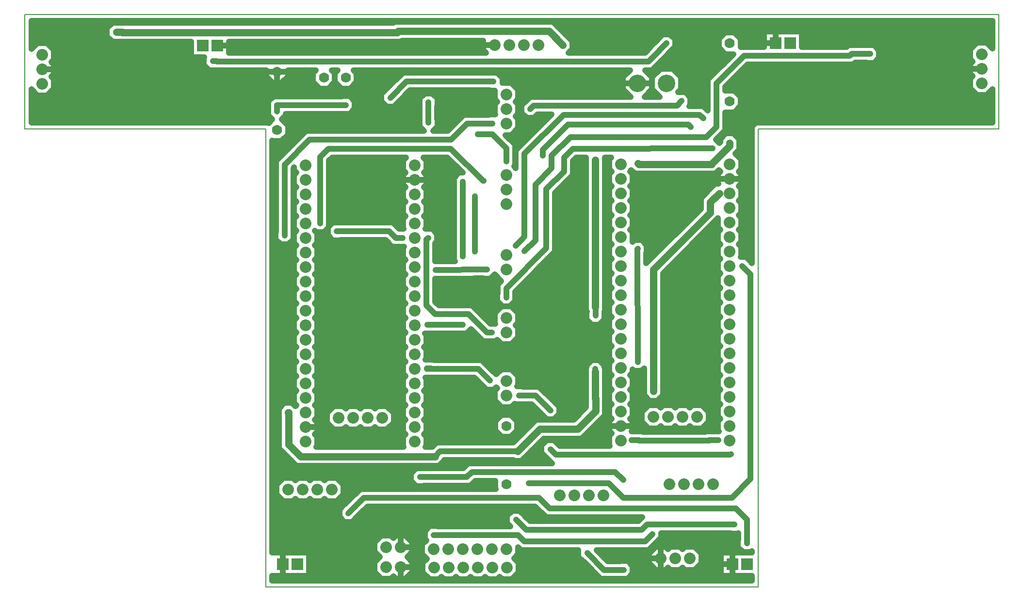
<source format=gbr>
G04 PROTEUS GERBER X2 FILE*
%TF.GenerationSoftware,Labcenter,Proteus,8.11-SP0-Build30052*%
%TF.CreationDate,2024-03-04T06:39:40+00:00*%
%TF.FileFunction,Copper,L1,Top*%
%TF.FilePolarity,Positive*%
%TF.Part,Single*%
%TF.SameCoordinates,{347c642e-2b0e-48e9-919d-a538f2e8b90d}*%
%FSLAX45Y45*%
%MOMM*%
G01*
%TA.AperFunction,Conductor*%
%ADD10C,1.016000*%
%ADD11C,1.270000*%
%TA.AperFunction,ViaPad*%
%ADD12C,1.016000*%
%TA.AperFunction,ComponentPad*%
%ADD13C,2.032000*%
%TA.AperFunction,ComponentPad*%
%ADD14R,2.032000X2.032000*%
%ADD15C,1.778000*%
%ADD16C,3.048000*%
%TA.AperFunction,Profile*%
%ADD17C,0.203200*%
%TD.AperFunction*%
G36*
X+21688241Y+8607126D02*
X+21584168Y+8711199D01*
X+21415832Y+8711199D01*
X+21296801Y+8592168D01*
X+21296801Y+8423832D01*
X+21339633Y+8381000D01*
X+21296801Y+8338168D01*
X+21296801Y+8169832D01*
X+21339633Y+8127000D01*
X+21296801Y+8084168D01*
X+21296801Y+7915832D01*
X+21415832Y+7796801D01*
X+21584168Y+7796801D01*
X+21688241Y+7900874D01*
X+21688241Y+7311760D01*
X+17553709Y+7311760D01*
X+17488241Y+7246292D01*
X+17488241Y+4856780D01*
X+17475767Y+4869254D01*
X+17475767Y+4872847D01*
X+17385006Y+4963608D01*
X+17288975Y+4963608D01*
X+17303199Y+4977832D01*
X+17303199Y+5146168D01*
X+17260367Y+5189000D01*
X+17303199Y+5231832D01*
X+17303199Y+5400168D01*
X+17260367Y+5443000D01*
X+17303199Y+5485832D01*
X+17303199Y+5654168D01*
X+17260367Y+5697000D01*
X+17303199Y+5739832D01*
X+17303199Y+5908168D01*
X+17260367Y+5951000D01*
X+17303199Y+5993832D01*
X+17303199Y+6162168D01*
X+17260367Y+6205000D01*
X+17303199Y+6247832D01*
X+17303199Y+6416168D01*
X+17260367Y+6459000D01*
X+17303199Y+6501832D01*
X+17303199Y+6670168D01*
X+17200496Y+6772871D01*
X+17266547Y+6838922D01*
X+17266547Y+7027006D01*
X+17169834Y+7123719D01*
X+17033062Y+7123719D01*
X+16936349Y+7027006D01*
X+16936349Y+6975692D01*
X+16919874Y+6959216D01*
X+16864178Y+7014912D01*
X+16860436Y+7014912D01*
X+17022399Y+7176875D01*
X+17022399Y+7493501D01*
X+17178907Y+7493501D01*
X+17290499Y+7605093D01*
X+17290499Y+7762907D01*
X+17178907Y+7874499D01*
X+17022399Y+7874499D01*
X+17022399Y+7936875D01*
X+17413125Y+8327601D01*
X+19262450Y+8327601D01*
X+19294717Y+8359868D01*
X+19486926Y+8359868D01*
X+19489466Y+8357328D01*
X+19617822Y+8357328D01*
X+19708583Y+8448089D01*
X+19708583Y+8576445D01*
X+19617822Y+8667206D01*
X+19489466Y+8667206D01*
X+19486926Y+8664666D01*
X+19168467Y+8664666D01*
X+19136200Y+8632399D01*
X+18357199Y+8632399D01*
X+18357199Y+8903199D01*
X+17696801Y+8903199D01*
X+17696801Y+8632399D01*
X+17290499Y+8632399D01*
X+17290499Y+8778907D01*
X+17178907Y+8890499D01*
X+17021093Y+8890499D01*
X+16909501Y+8778907D01*
X+16909501Y+8621093D01*
X+17021093Y+8509501D01*
X+17163977Y+8509501D01*
X+16717601Y+8063125D01*
X+16717601Y+7528516D01*
X+16701178Y+7544939D01*
X+16697585Y+7544939D01*
X+16640125Y+7602399D01*
X+16391516Y+7602399D01*
X+16414939Y+7625822D01*
X+16414939Y+7754178D01*
X+16324178Y+7844939D01*
X+16204148Y+7844939D01*
X+16253999Y+7894790D01*
X+16253999Y+8105210D01*
X+16105210Y+8253999D01*
X+15894790Y+8253999D01*
X+15746001Y+8105210D01*
X+15746001Y+7894790D01*
X+15878392Y+7762399D01*
X+15613608Y+7762399D01*
X+15745999Y+7894790D01*
X+15745999Y+8105210D01*
X+15621608Y+8229601D01*
X+15747125Y+8229601D01*
X+16023399Y+8505875D01*
X+16023399Y+8514124D01*
X+16056627Y+8547352D01*
X+16060220Y+8547352D01*
X+16150981Y+8638113D01*
X+16150981Y+8766469D01*
X+16060220Y+8857230D01*
X+15931864Y+8857230D01*
X+15841103Y+8766469D01*
X+15841103Y+8762876D01*
X+15718601Y+8640374D01*
X+15718601Y+8632125D01*
X+15620875Y+8534399D01*
X+14285107Y+8534399D01*
X+14352322Y+8601614D01*
X+14352322Y+8738386D01*
X+14015609Y+9075099D01*
X+11247245Y+9075099D01*
X+11227245Y+9055099D01*
X+6565134Y+9055099D01*
X+6562756Y+9057477D01*
X+6327189Y+9057477D01*
X+6230476Y+8960764D01*
X+6230476Y+8823992D01*
X+6327189Y+8727279D01*
X+6425986Y+8727279D01*
X+6428364Y+8724901D01*
X+7696801Y+8724901D01*
X+7696801Y+8456801D01*
X+7930309Y+8456801D01*
X+7923654Y+8450146D01*
X+7923654Y+8321790D01*
X+8014415Y+8231029D01*
X+8081509Y+8231029D01*
X+8082937Y+8229601D01*
X+9009501Y+8229601D01*
X+9009501Y+8121093D01*
X+9121093Y+8009501D01*
X+9278907Y+8009501D01*
X+9390499Y+8121093D01*
X+9390499Y+8229601D01*
X+9879195Y+8229601D01*
X+9828501Y+8178907D01*
X+9828501Y+8021093D01*
X+9940093Y+7909501D01*
X+10097907Y+7909501D01*
X+10209499Y+8021093D01*
X+10209499Y+8178907D01*
X+10158805Y+8229601D01*
X+10260195Y+8229601D01*
X+10209501Y+8178907D01*
X+10209501Y+8021093D01*
X+10321093Y+7909501D01*
X+10478907Y+7909501D01*
X+10590499Y+8021093D01*
X+10590499Y+8178907D01*
X+10539805Y+8229601D01*
X+15362392Y+8229601D01*
X+15238001Y+8105210D01*
X+15238001Y+7894790D01*
X+15370392Y+7762399D01*
X+13616875Y+7762399D01*
X+13559415Y+7704939D01*
X+13555822Y+7704939D01*
X+13465061Y+7614178D01*
X+13465061Y+7485822D01*
X+13555822Y+7395061D01*
X+13684178Y+7395061D01*
X+13746718Y+7457601D01*
X+13992078Y+7457601D01*
X+13367601Y+6833124D01*
X+13367601Y+6519766D01*
X+13336196Y+6551170D01*
X+13354939Y+6569913D01*
X+13354939Y+6698269D01*
X+13352399Y+6700809D01*
X+13352399Y+6929125D01*
X+13184723Y+7096801D01*
X+13284168Y+7096801D01*
X+13403199Y+7215832D01*
X+13403199Y+7384168D01*
X+13360367Y+7427000D01*
X+13403199Y+7469832D01*
X+13403199Y+7638168D01*
X+13360367Y+7681000D01*
X+13403199Y+7723832D01*
X+13403199Y+7892168D01*
X+13284168Y+8011199D01*
X+13132939Y+8011199D01*
X+13132939Y+8094178D01*
X+13042178Y+8184939D01*
X+12913822Y+8184939D01*
X+12911282Y+8182399D01*
X+11395875Y+8182399D01*
X+11115415Y+7901939D01*
X+11111822Y+7901939D01*
X+11021061Y+7811178D01*
X+11021061Y+7682822D01*
X+11111822Y+7592061D01*
X+11240178Y+7592061D01*
X+11330939Y+7682822D01*
X+11330939Y+7686415D01*
X+11522125Y+7877601D01*
X+12911282Y+7877601D01*
X+12913822Y+7875061D01*
X+12996801Y+7875061D01*
X+12996801Y+7723832D01*
X+13039633Y+7681000D01*
X+12996801Y+7638168D01*
X+12996801Y+7469832D01*
X+13011606Y+7455027D01*
X+12889872Y+7455027D01*
X+12887332Y+7452487D01*
X+12455649Y+7452487D01*
X+12175560Y+7172398D01*
X+11921515Y+7172398D01*
X+11997946Y+7248829D01*
X+11997946Y+7377185D01*
X+11995406Y+7379725D01*
X+11995406Y+7603282D01*
X+11997946Y+7605822D01*
X+11997946Y+7734178D01*
X+11907185Y+7824939D01*
X+11778829Y+7824939D01*
X+11688068Y+7734178D01*
X+11688068Y+7605822D01*
X+11690608Y+7603282D01*
X+11690608Y+7379725D01*
X+11688068Y+7377185D01*
X+11688068Y+7248829D01*
X+11764499Y+7172398D01*
X+9706874Y+7172398D01*
X+9177601Y+6643125D01*
X+9177601Y+5406718D01*
X+9175061Y+5404178D01*
X+9175061Y+5275822D01*
X+9265822Y+5185061D01*
X+9394178Y+5185061D01*
X+9484939Y+5275822D01*
X+9484939Y+5404178D01*
X+9482399Y+5406718D01*
X+9482399Y+6516875D01*
X+9496801Y+6531277D01*
X+9496801Y+6485832D01*
X+9539633Y+6443000D01*
X+9496801Y+6400168D01*
X+9496801Y+6231832D01*
X+9539633Y+6189000D01*
X+9496801Y+6146168D01*
X+9496801Y+5977832D01*
X+9539633Y+5935000D01*
X+9496801Y+5892168D01*
X+9496801Y+5723832D01*
X+9539633Y+5681000D01*
X+9496801Y+5638168D01*
X+9496801Y+5469832D01*
X+9539633Y+5427000D01*
X+9496801Y+5384168D01*
X+9496801Y+5215832D01*
X+9539633Y+5173000D01*
X+9496801Y+5130168D01*
X+9496801Y+4961832D01*
X+9539633Y+4919000D01*
X+9496801Y+4876168D01*
X+9496801Y+4707832D01*
X+9539633Y+4665000D01*
X+9496801Y+4622168D01*
X+9496801Y+4453832D01*
X+9539633Y+4411000D01*
X+9496801Y+4368168D01*
X+9496801Y+4199832D01*
X+9539633Y+4157000D01*
X+9496801Y+4114168D01*
X+9496801Y+3945832D01*
X+9539633Y+3903000D01*
X+9496801Y+3860168D01*
X+9496801Y+3691832D01*
X+9539633Y+3649000D01*
X+9496801Y+3606168D01*
X+9496801Y+3437832D01*
X+9539633Y+3395000D01*
X+9496801Y+3352168D01*
X+9496801Y+3183832D01*
X+9539633Y+3141000D01*
X+9496801Y+3098168D01*
X+9496801Y+2929832D01*
X+9539633Y+2887000D01*
X+9496801Y+2844168D01*
X+9496801Y+2675832D01*
X+9539633Y+2633000D01*
X+9496801Y+2590168D01*
X+9496801Y+2421832D01*
X+9539633Y+2379000D01*
X+9522120Y+2361487D01*
X+9464540Y+2418167D01*
X+9326948Y+2417057D01*
X+9230235Y+2320344D01*
X+9230235Y+2183572D01*
X+9232901Y+2180906D01*
X+9232901Y+1623615D01*
X+9541615Y+1314901D01*
X+12023171Y+1314901D01*
X+12119884Y+1411614D01*
X+12119884Y+1417601D01*
X+13318915Y+1417601D01*
X+13331614Y+1404902D01*
X+13468386Y+1404902D01*
X+13858385Y+1794901D01*
X+14518377Y+1794901D01*
X+14923883Y+2202830D01*
X+14923883Y+2563853D01*
X+14921099Y+2566637D01*
X+14921099Y+3028386D01*
X+14910939Y+3038546D01*
X+14910939Y+3072012D01*
X+14820178Y+3162773D01*
X+14691822Y+3162773D01*
X+14601061Y+3072012D01*
X+14601061Y+3038546D01*
X+14590901Y+3028386D01*
X+14590901Y+2429866D01*
X+14593685Y+2427082D01*
X+14593685Y+2339602D01*
X+14380891Y+2125099D01*
X+13721615Y+2125099D01*
X+13318915Y+1722399D01*
X+11981660Y+1722399D01*
X+11904360Y+1645099D01*
X+11788466Y+1645099D01*
X+11803199Y+1659832D01*
X+11803199Y+1828168D01*
X+11760367Y+1871000D01*
X+11803199Y+1913832D01*
X+11803199Y+2082168D01*
X+11760367Y+2125000D01*
X+11803199Y+2167832D01*
X+11803199Y+2336168D01*
X+11760367Y+2379000D01*
X+11803199Y+2421832D01*
X+11803199Y+2590168D01*
X+11760367Y+2633000D01*
X+11803199Y+2675832D01*
X+11803199Y+2844168D01*
X+11785766Y+2861601D01*
X+12645668Y+2861601D01*
X+12763440Y+2743829D01*
X+12763440Y+2740236D01*
X+12854201Y+2649475D01*
X+12982557Y+2649475D01*
X+13022858Y+2689776D01*
X+13039633Y+2673000D01*
X+12996801Y+2630168D01*
X+12996801Y+2461832D01*
X+13115832Y+2342801D01*
X+13284168Y+2342801D01*
X+13346470Y+2405103D01*
X+13357623Y+2393950D01*
X+13485979Y+2393950D01*
X+13488519Y+2396490D01*
X+13500712Y+2396490D01*
X+13503601Y+2393601D01*
X+13646875Y+2393601D01*
X+13815061Y+2225415D01*
X+13815061Y+2221822D01*
X+13905822Y+2131061D01*
X+14034178Y+2131061D01*
X+14124939Y+2221822D01*
X+14124939Y+2350178D01*
X+14034178Y+2440939D01*
X+14030585Y+2440939D01*
X+13773125Y+2698399D01*
X+13629851Y+2698399D01*
X+13626962Y+2701288D01*
X+13488519Y+2701288D01*
X+13485979Y+2703828D01*
X+13391195Y+2703828D01*
X+13403199Y+2715832D01*
X+13403199Y+2884168D01*
X+13284168Y+3003199D01*
X+13115832Y+3003199D01*
X+13027272Y+2914638D01*
X+12982557Y+2959353D01*
X+12978964Y+2959353D01*
X+12771919Y+3166399D01*
X+11945960Y+3166399D01*
X+11943252Y+3169107D01*
X+11885519Y+3169107D01*
X+11882979Y+3171647D01*
X+11791014Y+3171647D01*
X+11803199Y+3183832D01*
X+11803199Y+3352168D01*
X+11760367Y+3395000D01*
X+11803199Y+3437832D01*
X+11803199Y+3606168D01*
X+11783598Y+3625769D01*
X+11888594Y+3625769D01*
X+11891134Y+3628309D01*
X+12504319Y+3628309D01*
X+12506283Y+3630273D01*
X+12509876Y+3630273D01*
X+12587040Y+3707436D01*
X+12800455Y+3494020D01*
X+12880949Y+3494020D01*
X+12883489Y+3491480D01*
X+13011845Y+3491480D01*
X+13039499Y+3519134D01*
X+13115832Y+3442801D01*
X+13284168Y+3442801D01*
X+13403199Y+3561832D01*
X+13403199Y+3730168D01*
X+13360367Y+3773000D01*
X+13403199Y+3815832D01*
X+13403199Y+3984168D01*
X+13284168Y+4103199D01*
X+13115832Y+4103199D01*
X+12996801Y+3984168D01*
X+12996801Y+3815832D01*
X+13011275Y+3801358D01*
X+12924166Y+3801358D01*
X+12603125Y+4122399D01*
X+12023125Y+4122399D01*
X+11962399Y+4183125D01*
X+11962399Y+4585061D01*
X+12034178Y+4585061D01*
X+12036735Y+4587618D01*
X+12447607Y+4589572D01*
X+12795230Y+4591006D01*
X+12797236Y+4589000D01*
X+12925592Y+4589000D01*
X+12997612Y+4661020D01*
X+13111554Y+4547078D01*
X+13047601Y+4483125D01*
X+13047601Y+4326579D01*
X+13045061Y+4324039D01*
X+13045061Y+4195683D01*
X+13135822Y+4104922D01*
X+13264178Y+4104922D01*
X+13354939Y+4195683D01*
X+13354939Y+4324039D01*
X+13352399Y+4326579D01*
X+13352399Y+4356875D01*
X+14052399Y+5056875D01*
X+14052399Y+6086875D01*
X+14362399Y+6396875D01*
X+14362399Y+6644080D01*
X+14423929Y+6705610D01*
X+14590901Y+6705610D01*
X+14590901Y+4025286D01*
X+14605195Y+4010992D01*
X+14605195Y+4007320D01*
X+14602655Y+4004780D01*
X+14602655Y+3876424D01*
X+14693416Y+3785663D01*
X+14821772Y+3785663D01*
X+14912533Y+3876424D01*
X+14912533Y+4004780D01*
X+14909993Y+4007320D01*
X+14909993Y+4014180D01*
X+14921099Y+4025286D01*
X+14921099Y+6705883D01*
X+15032613Y+6705980D01*
X+14996801Y+6670168D01*
X+14996801Y+6501832D01*
X+15039633Y+6459000D01*
X+14996801Y+6416168D01*
X+14996801Y+6247832D01*
X+15039633Y+6205000D01*
X+14996801Y+6162168D01*
X+14996801Y+5993832D01*
X+15039633Y+5951000D01*
X+14996801Y+5908168D01*
X+14996801Y+5739832D01*
X+15039633Y+5697000D01*
X+14996801Y+5654168D01*
X+14996801Y+5485832D01*
X+15039633Y+5443000D01*
X+14996801Y+5400168D01*
X+14996801Y+5231832D01*
X+15039633Y+5189000D01*
X+14996801Y+5146168D01*
X+14996801Y+4977832D01*
X+15039633Y+4935000D01*
X+14996801Y+4892168D01*
X+14996801Y+4723832D01*
X+15039633Y+4681000D01*
X+14996801Y+4638168D01*
X+14996801Y+4469832D01*
X+15039633Y+4427000D01*
X+14996801Y+4384168D01*
X+14996801Y+4215832D01*
X+15039633Y+4173000D01*
X+14996801Y+4130168D01*
X+14996801Y+3961832D01*
X+15039633Y+3919000D01*
X+14996801Y+3876168D01*
X+14996801Y+3707832D01*
X+15039633Y+3665000D01*
X+14996801Y+3622168D01*
X+14996801Y+3453832D01*
X+15039633Y+3411000D01*
X+14996801Y+3368168D01*
X+14996801Y+3199832D01*
X+15039633Y+3157000D01*
X+14996801Y+3114168D01*
X+14996801Y+2945832D01*
X+15039633Y+2903000D01*
X+14996801Y+2860168D01*
X+14996801Y+2691832D01*
X+15039633Y+2649000D01*
X+14996801Y+2606168D01*
X+14996801Y+2437832D01*
X+15039633Y+2395000D01*
X+14996801Y+2352168D01*
X+14996801Y+2183832D01*
X+15039633Y+2141000D01*
X+14996801Y+2098168D01*
X+14996801Y+1929832D01*
X+15039633Y+1887000D01*
X+14996801Y+1844168D01*
X+14996801Y+1675832D01*
X+15010234Y+1662399D01*
X+14133125Y+1662399D01*
X+14124939Y+1670585D01*
X+14124939Y+1674178D01*
X+14034178Y+1764939D01*
X+13905822Y+1764939D01*
X+13815061Y+1674178D01*
X+13815061Y+1545822D01*
X+13905822Y+1455061D01*
X+13909415Y+1455061D01*
X+14002077Y+1362399D01*
X+12537898Y+1362399D01*
X+12448406Y+1272907D01*
X+11760718Y+1272907D01*
X+11758178Y+1275447D01*
X+11629822Y+1275447D01*
X+11539061Y+1184686D01*
X+11539061Y+1056330D01*
X+11629822Y+965569D01*
X+11758178Y+965569D01*
X+11760718Y+968109D01*
X+12574656Y+968109D01*
X+12664148Y+1057601D01*
X+13009501Y+1057601D01*
X+13009501Y+921093D01*
X+13016195Y+914399D01*
X+10652875Y+914399D01*
X+10438875Y+700399D01*
X+10436503Y+700399D01*
X+10383374Y+647270D01*
X+10379781Y+647270D01*
X+10289020Y+556509D01*
X+10289020Y+428153D01*
X+10379781Y+337392D01*
X+10508137Y+337392D01*
X+10598898Y+428153D01*
X+10598898Y+429373D01*
X+10654399Y+484875D01*
X+10779125Y+609601D01*
X+13132504Y+609601D01*
X+13134231Y+607874D01*
X+13262587Y+607874D01*
X+13264314Y+609601D01*
X+13704875Y+609601D01*
X+13896875Y+417601D01*
X+15572077Y+417601D01*
X+15504398Y+349922D01*
X+13615605Y+349922D01*
X+13524939Y+440588D01*
X+13524939Y+444181D01*
X+13434178Y+534942D01*
X+13305822Y+534942D01*
X+13215061Y+444181D01*
X+13215061Y+315825D01*
X+13268487Y+262399D01*
X+12000718Y+262399D01*
X+11998178Y+264939D01*
X+11869822Y+264939D01*
X+11779061Y+174178D01*
X+11779061Y+45822D01*
X+11806758Y+18125D01*
X+11732801Y-55832D01*
X+11732801Y-224168D01*
X+11813633Y-305000D01*
X+11742801Y-375832D01*
X+11742801Y-544168D01*
X+11861832Y-663199D01*
X+12030168Y-663199D01*
X+12073000Y-620367D01*
X+12115832Y-663199D01*
X+12284168Y-663199D01*
X+12327000Y-620367D01*
X+12369832Y-663199D01*
X+12538168Y-663199D01*
X+12581000Y-620367D01*
X+12623832Y-663199D01*
X+12792168Y-663199D01*
X+12835000Y-620367D01*
X+12877832Y-663199D01*
X+13046168Y-663199D01*
X+13089000Y-620367D01*
X+13131832Y-663199D01*
X+13300168Y-663199D01*
X+13419199Y-544168D01*
X+13419199Y-375832D01*
X+13338367Y-295000D01*
X+13409199Y-224168D01*
X+13409199Y-104723D01*
X+13456875Y-152399D01*
X+14460365Y-152399D01*
X+14460365Y-271029D01*
X+14551126Y-361790D01*
X+14554719Y-361790D01*
X+14845328Y-652399D01*
X+15187094Y-652399D01*
X+15189634Y-654939D01*
X+15317990Y-654939D01*
X+15408751Y-564178D01*
X+15408751Y-435822D01*
X+15317990Y-345061D01*
X+15189634Y-345061D01*
X+15187094Y-347601D01*
X+14971578Y-347601D01*
X+14776376Y-152399D01*
X+15684125Y-152399D01*
X+15808585Y-27939D01*
X+15812178Y-27939D01*
X+15902939Y+62822D01*
X+15902939Y+137601D01*
X+17113282Y+137601D01*
X+17115822Y+135061D01*
X+17244178Y+135061D01*
X+17247602Y+138485D01*
X+17247602Y+106731D01*
X+17247456Y+106585D01*
X+17247456Y+28913D01*
X+17244916Y+26373D01*
X+17244916Y-101983D01*
X+17335677Y-192744D01*
X+17464033Y-192744D01*
X+17488241Y-168536D01*
X+17488241Y-196801D01*
X+16942801Y-196801D01*
X+16942801Y-603199D01*
X+17488241Y-603199D01*
X+17488241Y-688240D01*
X+9111759Y-688240D01*
X+9111759Y-603199D01*
X+9757199Y-603199D01*
X+9757199Y-196801D01*
X+9111759Y-196801D01*
X+9111759Y+7002835D01*
X+9121093Y+6993501D01*
X+9278907Y+6993501D01*
X+9390499Y+7105093D01*
X+9390499Y+7262907D01*
X+9284018Y+7369388D01*
X+9354825Y+7440195D01*
X+9354825Y+7467601D01*
X+10335830Y+7467601D01*
X+10338103Y+7465328D01*
X+10466459Y+7465328D01*
X+10557220Y+7556089D01*
X+10557220Y+7684445D01*
X+10466459Y+7775206D01*
X+10338103Y+7775206D01*
X+10335296Y+7772399D01*
X+9136874Y+7772399D01*
X+9047487Y+7683011D01*
X+9047487Y+7571091D01*
X+9044947Y+7568551D01*
X+9044947Y+7440195D01*
X+9115868Y+7369274D01*
X+9052322Y+7305728D01*
X+9046291Y+7311760D01*
X+4911759Y+7311760D01*
X+4911759Y+7892874D01*
X+5015832Y+7788801D01*
X+5184168Y+7788801D01*
X+5303199Y+7907832D01*
X+5303199Y+8076168D01*
X+5260367Y+8119000D01*
X+5303199Y+8161832D01*
X+5303199Y+8330168D01*
X+5260367Y+8373000D01*
X+5303199Y+8415832D01*
X+5303199Y+8584168D01*
X+5184168Y+8703199D01*
X+5015832Y+8703199D01*
X+4911759Y+8599126D01*
X+4911759Y+9088241D01*
X+21688241Y+9088241D01*
X+21688241Y+8607126D01*
G37*
%LPC*%
G36*
X+13278907Y+1825501D02*
X+13121093Y+1825501D01*
X+13009501Y+1937093D01*
X+13009501Y+2094907D01*
X+13121093Y+2206499D01*
X+13278907Y+2206499D01*
X+13390499Y+2094907D01*
X+13390499Y+1937093D01*
X+13278907Y+1825501D01*
G37*
G36*
X+10357199Y+984168D02*
X+10357199Y+815832D01*
X+10238168Y+696801D01*
X+10069832Y+696801D01*
X+10027000Y+739633D01*
X+9984168Y+696801D01*
X+9815832Y+696801D01*
X+9773000Y+739633D01*
X+9730168Y+696801D01*
X+9561832Y+696801D01*
X+9519000Y+739633D01*
X+9476168Y+696801D01*
X+9307832Y+696801D01*
X+9188801Y+815832D01*
X+9188801Y+984168D01*
X+9307832Y+1103199D01*
X+9476168Y+1103199D01*
X+9519000Y+1060367D01*
X+9561832Y+1103199D01*
X+9730168Y+1103199D01*
X+9773000Y+1060367D01*
X+9815832Y+1103199D01*
X+9984168Y+1103199D01*
X+10027000Y+1060367D01*
X+10069832Y+1103199D01*
X+10238168Y+1103199D01*
X+10357199Y+984168D01*
G37*
G36*
X+11563199Y-15832D02*
X+11563199Y-184168D01*
X+11472367Y-275000D01*
X+11563199Y-365832D01*
X+11563199Y-534168D01*
X+11444168Y-653199D01*
X+11275832Y-653199D01*
X+11233000Y-610367D01*
X+11190168Y-653199D01*
X+11021832Y-653199D01*
X+10902801Y-534168D01*
X+10902801Y-365832D01*
X+10993633Y-275000D01*
X+10902801Y-184168D01*
X+10902801Y-15832D01*
X+11021832Y+103199D01*
X+11190168Y+103199D01*
X+11233000Y+60367D01*
X+11275832Y+103199D01*
X+11444168Y+103199D01*
X+11563199Y-15832D01*
G37*
G36*
X+16607199Y-215832D02*
X+16607199Y-384168D01*
X+16488168Y-503199D01*
X+16319832Y-503199D01*
X+16277000Y-460367D01*
X+16234168Y-503199D01*
X+16065832Y-503199D01*
X+16023000Y-460367D01*
X+15980168Y-503199D01*
X+15811832Y-503199D01*
X+15692801Y-384168D01*
X+15692801Y-215832D01*
X+15811832Y-96801D01*
X+15980168Y-96801D01*
X+16023000Y-139633D01*
X+16065832Y-96801D01*
X+16234168Y-96801D01*
X+16277000Y-139633D01*
X+16319832Y-96801D01*
X+16488168Y-96801D01*
X+16607199Y-215832D01*
G37*
%LPD*%
G36*
X+12794801Y+8585832D02*
X+12846234Y+8534399D01*
X+8357199Y+8534399D01*
X+8357199Y+8724901D01*
X+11364015Y+8724901D01*
X+11384015Y+8744901D01*
X+12794801Y+8744901D01*
X+12794801Y+8585832D01*
G37*
G36*
X+16939633Y+6459000D02*
X+16896801Y+6416168D01*
X+16896801Y+6247832D01*
X+16900944Y+6243689D01*
X+16848163Y+6243689D01*
X+16594901Y+5990427D01*
X+16594901Y+5806385D01*
X+15644665Y+4856149D01*
X+15644477Y+5036533D01*
X+15652375Y+5044431D01*
X+15652375Y+5172787D01*
X+15561614Y+5263548D01*
X+15433258Y+5263548D01*
X+15403199Y+5233489D01*
X+15403199Y+5400168D01*
X+15360367Y+5443000D01*
X+15403199Y+5485832D01*
X+15403199Y+5654168D01*
X+15360367Y+5697000D01*
X+15403199Y+5739832D01*
X+15403199Y+5908168D01*
X+15360367Y+5951000D01*
X+15403199Y+5993832D01*
X+15403199Y+6162168D01*
X+15360367Y+6205000D01*
X+15403199Y+6247832D01*
X+15403199Y+6416168D01*
X+15360367Y+6459000D01*
X+15382942Y+6481574D01*
X+15443615Y+6420901D01*
X+16853402Y+6420901D01*
X+16915567Y+6483066D01*
X+16939633Y+6459000D01*
G37*
G36*
X+11396801Y+6654168D02*
X+11396801Y+6485832D01*
X+11439633Y+6443000D01*
X+11396801Y+6400168D01*
X+11396801Y+6231832D01*
X+11439633Y+6189000D01*
X+11396801Y+6146168D01*
X+11396801Y+5977832D01*
X+11439633Y+5935000D01*
X+11396801Y+5892168D01*
X+11396801Y+5723832D01*
X+11439633Y+5681000D01*
X+11396801Y+5638168D01*
X+11396801Y+5469832D01*
X+11410593Y+5456040D01*
X+11332153Y+5456040D01*
X+11221794Y+5566399D01*
X+10306718Y+5566399D01*
X+10304178Y+5568939D01*
X+10175822Y+5568939D01*
X+10108773Y+5501890D01*
X+10108773Y+5617467D01*
X+10106233Y+5620007D01*
X+10106233Y+6650709D01*
X+10161125Y+6705601D01*
X+11448234Y+6705601D01*
X+11396801Y+6654168D01*
G37*
G36*
X+10085061Y+5349822D02*
X+10175822Y+5259061D01*
X+10304178Y+5259061D01*
X+10306718Y+5261601D01*
X+11095544Y+5261601D01*
X+11208443Y+5148702D01*
X+11327096Y+5148702D01*
X+11329636Y+5146162D01*
X+11412795Y+5146162D01*
X+11396801Y+5130168D01*
X+11396801Y+4961832D01*
X+11439633Y+4919000D01*
X+11396801Y+4876168D01*
X+11396801Y+4707832D01*
X+11439633Y+4665000D01*
X+11396801Y+4622168D01*
X+11396801Y+4453832D01*
X+11439633Y+4411000D01*
X+11396801Y+4368168D01*
X+11396801Y+4199832D01*
X+11439633Y+4157000D01*
X+11396801Y+4114168D01*
X+11396801Y+3945832D01*
X+11439633Y+3903000D01*
X+11396801Y+3860168D01*
X+11396801Y+3691832D01*
X+11439633Y+3649000D01*
X+11396801Y+3606168D01*
X+11396801Y+3437832D01*
X+11439633Y+3395000D01*
X+11396801Y+3352168D01*
X+11396801Y+3183832D01*
X+11439633Y+3141000D01*
X+11396801Y+3098168D01*
X+11396801Y+2929832D01*
X+11439633Y+2887000D01*
X+11396801Y+2844168D01*
X+11396801Y+2675832D01*
X+11439633Y+2633000D01*
X+11396801Y+2590168D01*
X+11396801Y+2421832D01*
X+11439633Y+2379000D01*
X+11396801Y+2336168D01*
X+11396801Y+2167832D01*
X+11439633Y+2125000D01*
X+11396801Y+2082168D01*
X+11396801Y+1913832D01*
X+11439633Y+1871000D01*
X+11396801Y+1828168D01*
X+11396801Y+1659832D01*
X+11411534Y+1645099D01*
X+9888466Y+1645099D01*
X+9903199Y+1659832D01*
X+9903199Y+1828168D01*
X+9860367Y+1871000D01*
X+9903199Y+1913832D01*
X+9903199Y+2082168D01*
X+9860367Y+2125000D01*
X+9903199Y+2167832D01*
X+9903199Y+2336168D01*
X+9860367Y+2379000D01*
X+9903199Y+2421832D01*
X+9903199Y+2590168D01*
X+9860367Y+2633000D01*
X+9903199Y+2675832D01*
X+9903199Y+2844168D01*
X+9860367Y+2887000D01*
X+9903199Y+2929832D01*
X+9903199Y+3098168D01*
X+9860367Y+3141000D01*
X+9903199Y+3183832D01*
X+9903199Y+3352168D01*
X+9860367Y+3395000D01*
X+9903199Y+3437832D01*
X+9903199Y+3606168D01*
X+9860367Y+3649000D01*
X+9903199Y+3691832D01*
X+9903199Y+3860168D01*
X+9860367Y+3903000D01*
X+9903199Y+3945832D01*
X+9903199Y+4114168D01*
X+9860367Y+4157000D01*
X+9903199Y+4199832D01*
X+9903199Y+4368168D01*
X+9860367Y+4411000D01*
X+9903199Y+4453832D01*
X+9903199Y+4622168D01*
X+9860367Y+4665000D01*
X+9903199Y+4707832D01*
X+9903199Y+4876168D01*
X+9860367Y+4919000D01*
X+9903199Y+4961832D01*
X+9903199Y+5130168D01*
X+9860367Y+5173000D01*
X+9903199Y+5215832D01*
X+9903199Y+5384168D01*
X+9860367Y+5427000D01*
X+9860686Y+5427320D01*
X+9889656Y+5398350D01*
X+10018012Y+5398350D01*
X+10085061Y+5465399D01*
X+10085061Y+5349822D01*
G37*
%LPC*%
G36*
X+11235199Y+2244168D02*
X+11235199Y+2075832D01*
X+11116168Y+1956801D01*
X+10947832Y+1956801D01*
X+10905000Y+1999633D01*
X+10862168Y+1956801D01*
X+10693832Y+1956801D01*
X+10651000Y+1999633D01*
X+10608168Y+1956801D01*
X+10439832Y+1956801D01*
X+10397000Y+1999633D01*
X+10354168Y+1956801D01*
X+10185832Y+1956801D01*
X+10066801Y+2075832D01*
X+10066801Y+2244168D01*
X+10185832Y+2363199D01*
X+10354168Y+2363199D01*
X+10397000Y+2320367D01*
X+10439832Y+2363199D01*
X+10608168Y+2363199D01*
X+10651000Y+2320367D01*
X+10693832Y+2363199D01*
X+10862168Y+2363199D01*
X+10905000Y+2320367D01*
X+10947832Y+2363199D01*
X+11116168Y+2363199D01*
X+11235199Y+2244168D01*
G37*
%LPD*%
G36*
X+12439173Y+6437303D02*
X+12375822Y+6437303D01*
X+12285061Y+6346542D01*
X+12285061Y+6218186D01*
X+12287601Y+6215646D01*
X+12287601Y+5046519D01*
X+12285061Y+5043979D01*
X+12285061Y+4915623D01*
X+12306635Y+4894049D01*
X+12036184Y+4892933D01*
X+12034178Y+4894939D01*
X+11962399Y+4894939D01*
X+11962399Y+5201860D01*
X+11996375Y+5235836D01*
X+11996375Y+5364192D01*
X+11905614Y+5454953D01*
X+11788320Y+5454953D01*
X+11803199Y+5469832D01*
X+11803199Y+5638168D01*
X+11760367Y+5681000D01*
X+11803199Y+5723832D01*
X+11803199Y+5892168D01*
X+11760367Y+5935000D01*
X+11803199Y+5977832D01*
X+11803199Y+6146168D01*
X+11760367Y+6189000D01*
X+11803199Y+6231832D01*
X+11803199Y+6400168D01*
X+11760367Y+6443000D01*
X+11803199Y+6485832D01*
X+11803199Y+6654168D01*
X+11751766Y+6705601D01*
X+12170875Y+6705601D01*
X+12439173Y+6437303D01*
G37*
G36*
X+16896801Y+5485832D02*
X+16939633Y+5443000D01*
X+16896801Y+5400168D01*
X+16896801Y+5231832D01*
X+16939633Y+5189000D01*
X+16896801Y+5146168D01*
X+16896801Y+4977832D01*
X+16939633Y+4935000D01*
X+16896801Y+4892168D01*
X+16896801Y+4723832D01*
X+16939633Y+4681000D01*
X+16896801Y+4638168D01*
X+16896801Y+4469832D01*
X+16939633Y+4427000D01*
X+16896801Y+4384168D01*
X+16896801Y+4215832D01*
X+16939633Y+4173000D01*
X+16896801Y+4130168D01*
X+16896801Y+3961832D01*
X+16939633Y+3919000D01*
X+16896801Y+3876168D01*
X+16896801Y+3707832D01*
X+16939633Y+3665000D01*
X+16896801Y+3622168D01*
X+16896801Y+3453832D01*
X+16939633Y+3411000D01*
X+16896801Y+3368168D01*
X+16896801Y+3199832D01*
X+16939633Y+3157000D01*
X+16896801Y+3114168D01*
X+16896801Y+2945832D01*
X+16939633Y+2903000D01*
X+16896801Y+2860168D01*
X+16896801Y+2691832D01*
X+16939633Y+2649000D01*
X+16896801Y+2606168D01*
X+16896801Y+2437832D01*
X+16939633Y+2395000D01*
X+16896801Y+2352168D01*
X+16896801Y+2183832D01*
X+16939633Y+2141000D01*
X+16896801Y+2098168D01*
X+16896801Y+1929832D01*
X+16908022Y+1918611D01*
X+16842444Y+1918611D01*
X+16839904Y+1916071D01*
X+16679328Y+1916071D01*
X+16675656Y+1912399D01*
X+15909432Y+1912399D01*
X+15909264Y+1912567D01*
X+15837204Y+1912567D01*
X+15834664Y+1915107D01*
X+15706308Y+1915107D01*
X+15703601Y+1912400D01*
X+15578529Y+1912400D01*
X+15574858Y+1916071D01*
X+15455309Y+1916071D01*
X+15452769Y+1918611D01*
X+15391978Y+1918611D01*
X+15403199Y+1929832D01*
X+15403199Y+2098168D01*
X+15360367Y+2141000D01*
X+15403199Y+2183832D01*
X+15403199Y+2352168D01*
X+15360367Y+2395000D01*
X+15403199Y+2437832D01*
X+15403199Y+2606168D01*
X+15360367Y+2649000D01*
X+15403199Y+2691832D01*
X+15403199Y+2860168D01*
X+15360367Y+2903000D01*
X+15403199Y+2945832D01*
X+15403199Y+3001684D01*
X+15429822Y+2975061D01*
X+15558178Y+2975061D01*
X+15604901Y+3021784D01*
X+15604901Y+2730852D01*
X+15605283Y+2730470D01*
X+15605283Y+2553642D01*
X+15701996Y+2456929D01*
X+15838768Y+2456929D01*
X+15935481Y+2553642D01*
X+15935481Y+2867240D01*
X+15935099Y+2867622D01*
X+15935099Y+4679615D01*
X+16896801Y+5641317D01*
X+16896801Y+5485832D01*
G37*
%LPC*%
G36*
X+16735199Y+2260168D02*
X+16735199Y+2091832D01*
X+16616168Y+1972801D01*
X+16447832Y+1972801D01*
X+16405000Y+2015633D01*
X+16362168Y+1972801D01*
X+16193832Y+1972801D01*
X+16151000Y+2015633D01*
X+16108168Y+1972801D01*
X+15939832Y+1972801D01*
X+15897000Y+2015633D01*
X+15854168Y+1972801D01*
X+15685832Y+1972801D01*
X+15566801Y+2091832D01*
X+15566801Y+2260168D01*
X+15685832Y+2379199D01*
X+15854168Y+2379199D01*
X+15897000Y+2336367D01*
X+15939832Y+2379199D01*
X+16108168Y+2379199D01*
X+16151000Y+2336367D01*
X+16193832Y+2379199D01*
X+16362168Y+2379199D01*
X+16405000Y+2336367D01*
X+16447832Y+2379199D01*
X+16616168Y+2379199D01*
X+16735199Y+2260168D01*
G37*
%LPD*%
D10*
X+15200000Y+2268001D02*
X+15200000Y+2268000D01*
X+13198409Y+762813D02*
X+13198409Y+762000D01*
X+11818801Y+3016708D02*
X+11880127Y+3016708D01*
X+11882835Y+3014000D01*
X+11818034Y+3014000D02*
X+11882835Y+3014000D01*
X+10443959Y+492331D02*
X+10499628Y+548000D01*
X+10502000Y+548000D01*
X+13198409Y+762000D02*
X+10716000Y+762000D01*
X+10502000Y+548000D01*
X+13200000Y+6634091D02*
X+13200000Y+6728165D01*
X+12954000Y+7112000D02*
X+13200000Y+6866000D01*
X+13200000Y+6728165D01*
X+12700000Y+7112000D02*
X+12821675Y+7112000D01*
X+12954000Y+7112000D02*
X+12821675Y+7112000D01*
X+13419840Y+5220000D02*
X+13420000Y+5220000D01*
X+13361479Y+5161639D02*
X+13419840Y+5220000D01*
X+13462000Y+5262160D01*
X+13462000Y+5262000D01*
X+13420000Y+5220000D01*
X+15388591Y+1763672D02*
X+15511733Y+1763672D01*
X+15515404Y+1760001D01*
X+15769999Y+1760001D01*
X+16906622Y+1763672D02*
X+16742453Y+1763672D01*
X+16738781Y+1760000D01*
X+12918379Y+2804414D02*
X+12708793Y+3014000D01*
X+12571322Y+3014000D01*
X+11882835Y+3014000D02*
X+12571322Y+3014000D01*
D11*
X+14758784Y+2271216D02*
X+14758784Y+2361579D01*
X+14758784Y+2495468D01*
X+14756000Y+2498252D01*
D10*
X+14756000Y+2361579D01*
X+14758784Y+2361579D01*
X+15769999Y+1760001D02*
X+15770000Y+1760000D01*
X+15846306Y+1760000D01*
X+16738781Y+1760000D02*
X+15846306Y+1760000D01*
X+15846138Y+1760168D01*
X+15770486Y+1760168D02*
X+15846138Y+1760168D01*
X+9890000Y+7620000D02*
X+9920000Y+7620000D01*
X+10402014Y+7620000D01*
X+10402281Y+7620267D01*
X+9199886Y+7504373D02*
X+9199886Y+7619886D01*
X+9200000Y+7620000D01*
X+9890000Y+7620000D02*
X+9200000Y+7620000D01*
X+11393814Y+5301101D02*
X+11271568Y+5301101D01*
X+11158669Y+5414000D01*
X+10240000Y+5414000D01*
X+12440000Y+6282364D02*
X+12440000Y+4979801D01*
X+12445698Y+3785212D02*
X+12441194Y+3780708D01*
X+11824416Y+3780708D01*
X+12978000Y+8030000D02*
X+11459000Y+8030000D01*
X+11176000Y+7747000D01*
X+9330000Y+5340000D02*
X+9330000Y+6580000D01*
X+9770000Y+7020000D01*
X+12238686Y+7020000D01*
X+12518774Y+7300088D01*
X+12954050Y+7300088D01*
D11*
X+14756000Y+2960000D02*
X+14756000Y+2498252D01*
D10*
X+14756000Y+2960000D02*
X+14756000Y+3007834D01*
X+14757594Y+3940602D02*
X+14757594Y+4092078D01*
X+14756000Y+4093672D01*
D11*
X+14756000Y+6660000D02*
X+14756000Y+4093672D01*
D10*
X+16637000Y+7390000D02*
X+16577000Y+7450000D01*
X+14200001Y+7450000D01*
X+13520000Y+6769999D01*
X+13520000Y+5320160D01*
X+13462000Y+5262160D01*
X+11970000Y+4740000D02*
X+12861414Y+4743939D01*
X+12649857Y+5059402D02*
X+12650000Y+5059545D01*
X+12650000Y+6029089D01*
X+8078593Y+8385968D02*
X+8142094Y+8385968D01*
X+8146062Y+8382000D01*
X+15684000Y+8382000D01*
X+15871000Y+8569000D01*
X+15871000Y+8577249D01*
X+15996042Y+8702291D01*
X+14615304Y-206851D02*
X+14908453Y-500000D01*
X+15253812Y-500000D01*
X+15497436Y+5108609D02*
X+15492009Y+5103182D01*
X+15494000Y+3130000D01*
X+13620000Y+7550000D02*
X+13680000Y+7610000D01*
X+16180000Y+7610000D01*
X+16260000Y+7690000D01*
D11*
X+17101448Y+6958620D02*
X+17101448Y+6907307D01*
X+16785017Y+6590876D01*
X+16785017Y+6586000D01*
X+15512000Y+6586000D01*
X+15494000Y+6604000D01*
D10*
X+9953834Y+5553289D02*
X+9953834Y+6713834D01*
X+10098000Y+6858000D01*
X+12234000Y+6858000D01*
X+12794825Y+6297175D01*
X+12806202Y+6297175D01*
X+16420000Y+7239000D02*
X+16379000Y+7280000D01*
X+14280000Y+7280000D01*
X+13840000Y+6840000D01*
X+13840000Y+6740000D01*
X+13200000Y+4259861D02*
X+13200000Y+4361284D01*
X+16800000Y+6859973D02*
X+14608009Y+6858009D01*
X+14360804Y+6858009D01*
X+14208101Y+6705306D01*
X+14210000Y+6703407D01*
X+14210000Y+6460000D01*
X+13900000Y+6150000D01*
X+13900000Y+5120000D01*
X+13200000Y+4420000D01*
X+13200000Y+4361284D01*
X+12947667Y+3646419D02*
X+12863581Y+3646419D01*
X+12790000Y+3720000D01*
X+11841436Y+5300014D02*
X+11810000Y+5268578D01*
X+11810000Y+4120000D01*
X+11960000Y+3970000D01*
X+12540000Y+3970000D01*
X+12790000Y+3720000D01*
X+17465087Y+1090000D02*
X+17137087Y+762000D01*
X+17010326Y+762000D01*
X+17320828Y+4808669D02*
X+17465087Y+4664410D01*
X+17465087Y+1090000D01*
X+17010326Y+762000D02*
X+15240000Y+762000D01*
X+14986000Y+1016000D01*
X+13589000Y+1016000D01*
X+13421801Y+2548889D02*
X+13563837Y+2548889D01*
X+13566726Y+2546000D01*
X+13710000Y+2546000D01*
X+13970000Y+2286000D01*
X+13970000Y+1610000D02*
X+14070000Y+1510000D01*
X+17110000Y+1510000D01*
X+17120000Y+1520000D01*
D11*
X+14758784Y+2271216D02*
X+14449664Y+1960000D01*
X+13790000Y+1960000D01*
X+13400000Y+1570000D01*
D10*
X+12044785Y+1570000D01*
X+11954785Y+1480000D01*
D11*
X+9610000Y+1480000D01*
X+9398000Y+1692000D01*
X+9398000Y+2252000D01*
X+9395334Y+2251958D01*
D10*
X+13198409Y+762000D02*
X+13768000Y+762000D01*
X+13960000Y+570000D01*
X+17208000Y+570000D01*
X+17400000Y+378000D01*
X+17400000Y+43605D01*
X+17399855Y+43460D01*
X+17399855Y-37805D01*
X+11843007Y+7670000D02*
X+11843007Y+7313007D01*
D11*
X+6395575Y+8892378D02*
X+6494371Y+8892378D01*
X+6496749Y+8890000D01*
X+10160000Y+8890000D01*
X+14187224Y+8670000D02*
X+13947224Y+8910000D01*
X+11315630Y+8910000D01*
X+11295630Y+8890000D01*
X+10160000Y+8890000D01*
D10*
X+13519946Y+5068823D02*
X+13708707Y+5257583D01*
X+13708707Y+6230476D01*
X+13995033Y+6516801D01*
X+13995033Y+6735033D01*
X+14320000Y+7060000D01*
X+16690000Y+7060000D01*
X+16870000Y+7240000D01*
X+16870000Y+8000000D01*
X+17350000Y+8480000D01*
X+19199325Y+8480000D01*
X+19231592Y+8512267D01*
X+19553644Y+8512267D01*
D11*
X+15770382Y+2622028D02*
X+15770382Y+2798855D01*
X+15770000Y+2799237D01*
X+15770000Y+4748000D01*
X+16760000Y+5738000D01*
X+16760000Y+5922042D01*
X+16916549Y+6078591D01*
D10*
X+17180000Y+290000D02*
X+15660000Y+290000D01*
X+15568182Y+198182D01*
X+15568182Y+197523D01*
X+13552480Y+197523D01*
X+13370000Y+380003D01*
X+11694000Y+1120508D02*
X+12511531Y+1120508D01*
X+12601023Y+1210000D01*
X+15103716Y+1210000D01*
X+15241098Y+1072618D01*
X+15244133Y+1072618D01*
X+11934000Y+110000D02*
X+13410000Y+110000D01*
X+13520000Y+0D01*
X+15621000Y+0D01*
X+15748000Y+127000D01*
D12*
X+13198409Y+762813D03*
X+11818801Y+3016708D03*
X+10443959Y+492331D03*
X+13200000Y+6634091D03*
X+13361479Y+5161639D03*
X+15388591Y+1763672D03*
X+16906622Y+1763672D03*
X+12918379Y+2804414D03*
X+11970000Y+4740000D03*
X+14756000Y+6660000D03*
X+10402281Y+7620267D03*
X+9199886Y+7504373D03*
X+11393814Y+5301101D03*
X+10240000Y+5414000D03*
X+12440000Y+6282364D03*
X+12440000Y+4979801D03*
X+12445698Y+3785212D03*
X+11824416Y+3780708D03*
X+12978000Y+8030000D03*
X+11176000Y+7747000D03*
X+9330000Y+5340000D03*
X+12954050Y+7300088D03*
X+14756000Y+3007834D03*
X+14757594Y+3940602D03*
X+16637000Y+7390000D03*
X+11841436Y+5300014D03*
X+12861414Y+4743939D03*
X+12649857Y+5059402D03*
X+12650000Y+6029089D03*
X+17320828Y+4808669D03*
X+13589000Y+1016000D03*
X+8078593Y+8385968D03*
X+15996042Y+8702291D03*
X+12700000Y+7112000D03*
X+15770486Y+1760168D03*
X+14615304Y-206851D03*
X+15253812Y-500000D03*
X+15497436Y+5108609D03*
X+15494000Y+3130000D03*
X+13620000Y+7550000D03*
X+16260000Y+7690000D03*
X+16800000Y+6859973D03*
X+17101448Y+6958620D03*
X+15494000Y+6604000D03*
X+9953834Y+5553289D03*
X+12806202Y+6297175D03*
X+16420000Y+7239000D03*
X+13840000Y+6740000D03*
X+13200000Y+4259861D03*
X+12947667Y+3646419D03*
X+13421801Y+2548889D03*
X+13970000Y+2286000D03*
X+13970000Y+1610000D03*
X+17120000Y+1520000D03*
X+14758784Y+2271216D03*
X+9395334Y+2251958D03*
X+17399855Y-37805D03*
X+11843007Y+7670000D03*
X+11843007Y+7313007D03*
X+6395575Y+8892378D03*
X+14187224Y+8670000D03*
X+10160000Y+8890000D03*
X+13519946Y+5068823D03*
X+19553644Y+8512267D03*
X+15770382Y+2622028D03*
X+16916549Y+6078591D03*
X+17180000Y+290000D03*
X+13370000Y+380003D03*
X+11694000Y+1120508D03*
X+15244133Y+1072618D03*
X+11934000Y+110000D03*
X+15748000Y+127000D03*
D10*
X+21688241Y+8607126D02*
X+21584168Y+8711199D01*
X+21415832Y+8711199D01*
X+21296801Y+8592168D01*
X+21296801Y+8423832D01*
X+21339633Y+8381000D01*
X+21296801Y+8338168D01*
X+21296801Y+8169832D01*
X+21339633Y+8127000D01*
X+21296801Y+8084168D01*
X+21296801Y+7915832D01*
X+21415832Y+7796801D01*
X+21584168Y+7796801D01*
X+21688241Y+7900874D01*
X+21688241Y+7311760D01*
X+17553709Y+7311760D01*
X+17488241Y+7246292D01*
X+17488241Y+4856780D01*
X+17475767Y+4869254D01*
X+17475767Y+4872847D01*
X+17385006Y+4963608D01*
X+17288975Y+4963608D01*
X+17303199Y+4977832D01*
X+17303199Y+5146168D01*
X+17260367Y+5189000D01*
X+17303199Y+5231832D01*
X+17303199Y+5400168D01*
X+17260367Y+5443000D01*
X+17303199Y+5485832D01*
X+17303199Y+5654168D01*
X+17260367Y+5697000D01*
X+17303199Y+5739832D01*
X+17303199Y+5908168D01*
X+17260367Y+5951000D01*
X+17303199Y+5993832D01*
X+17303199Y+6162168D01*
X+17260367Y+6205000D01*
X+17303199Y+6247832D01*
X+17303199Y+6416168D01*
X+17260367Y+6459000D01*
X+17303199Y+6501832D01*
X+17303199Y+6670168D01*
X+17200496Y+6772871D01*
X+17266547Y+6838922D01*
X+17266547Y+7027006D01*
X+17169834Y+7123719D01*
X+17033062Y+7123719D01*
X+16936349Y+7027006D01*
X+16936349Y+6975692D01*
X+16919874Y+6959216D01*
X+16864178Y+7014912D01*
X+16860436Y+7014912D01*
X+17022399Y+7176875D01*
X+17022399Y+7493501D01*
X+17178907Y+7493501D01*
X+17290499Y+7605093D01*
X+17290499Y+7762907D01*
X+17178907Y+7874499D01*
X+17022399Y+7874499D01*
X+17022399Y+7936875D01*
X+17413125Y+8327601D01*
X+19262450Y+8327601D01*
X+19294717Y+8359868D01*
X+19486926Y+8359868D01*
X+19489466Y+8357328D01*
X+19617822Y+8357328D01*
X+19708583Y+8448089D01*
X+19708583Y+8576445D01*
X+19617822Y+8667206D01*
X+19489466Y+8667206D01*
X+19486926Y+8664666D01*
X+19168467Y+8664666D01*
X+19136200Y+8632399D01*
X+18357199Y+8632399D01*
X+18357199Y+8903199D01*
X+17696801Y+8903199D01*
X+17696801Y+8632399D01*
X+17290499Y+8632399D01*
X+17290499Y+8778907D01*
X+17178907Y+8890499D01*
X+17021093Y+8890499D01*
X+16909501Y+8778907D01*
X+16909501Y+8621093D01*
X+17021093Y+8509501D01*
X+17163977Y+8509501D01*
X+16717601Y+8063125D01*
X+16717601Y+7528516D01*
X+16701178Y+7544939D01*
X+16697585Y+7544939D01*
X+16640125Y+7602399D01*
X+16391516Y+7602399D01*
X+16414939Y+7625822D01*
X+16414939Y+7754178D01*
X+16324178Y+7844939D01*
X+16204148Y+7844939D01*
X+16253999Y+7894790D01*
X+16253999Y+8105210D01*
X+16105210Y+8253999D01*
X+15894790Y+8253999D01*
X+15746001Y+8105210D01*
X+15746001Y+7894790D01*
X+15878392Y+7762399D01*
X+15613608Y+7762399D01*
X+15745999Y+7894790D01*
X+15745999Y+8105210D01*
X+15621608Y+8229601D01*
X+15747125Y+8229601D01*
X+16023399Y+8505875D01*
X+16023399Y+8514124D01*
X+16056627Y+8547352D01*
X+16060220Y+8547352D01*
X+16150981Y+8638113D01*
X+16150981Y+8766469D01*
X+16060220Y+8857230D01*
X+15931864Y+8857230D01*
X+15841103Y+8766469D01*
X+15841103Y+8762876D01*
X+15718601Y+8640374D01*
X+15718601Y+8632125D01*
X+15620875Y+8534399D01*
X+14285107Y+8534399D01*
X+14352322Y+8601614D01*
X+14352322Y+8738386D01*
X+14015609Y+9075099D01*
X+11247245Y+9075099D01*
X+11227245Y+9055099D01*
X+6565134Y+9055099D01*
X+6562756Y+9057477D01*
X+6327189Y+9057477D01*
X+6230476Y+8960764D01*
X+6230476Y+8823992D01*
X+6327189Y+8727279D01*
X+6425986Y+8727279D01*
X+6428364Y+8724901D01*
X+7696801Y+8724901D01*
X+7696801Y+8456801D01*
X+7930309Y+8456801D01*
X+7923654Y+8450146D01*
X+7923654Y+8321790D01*
X+8014415Y+8231029D01*
X+8081509Y+8231029D01*
X+8082937Y+8229601D01*
X+9009501Y+8229601D01*
X+9009501Y+8121093D01*
X+9121093Y+8009501D01*
X+9278907Y+8009501D01*
X+9390499Y+8121093D01*
X+9390499Y+8229601D01*
X+9879195Y+8229601D01*
X+9828501Y+8178907D01*
X+9828501Y+8021093D01*
X+9940093Y+7909501D01*
X+10097907Y+7909501D01*
X+10209499Y+8021093D01*
X+10209499Y+8178907D01*
X+10158805Y+8229601D01*
X+10260195Y+8229601D01*
X+10209501Y+8178907D01*
X+10209501Y+8021093D01*
X+10321093Y+7909501D01*
X+10478907Y+7909501D01*
X+10590499Y+8021093D01*
X+10590499Y+8178907D01*
X+10539805Y+8229601D01*
X+15362392Y+8229601D01*
X+15238001Y+8105210D01*
X+15238001Y+7894790D01*
X+15370392Y+7762399D01*
X+13616875Y+7762399D01*
X+13559415Y+7704939D01*
X+13555822Y+7704939D01*
X+13465061Y+7614178D01*
X+13465061Y+7485822D01*
X+13555822Y+7395061D01*
X+13684178Y+7395061D01*
X+13746718Y+7457601D01*
X+13992078Y+7457601D01*
X+13367601Y+6833124D01*
X+13367601Y+6519766D01*
X+13336196Y+6551170D01*
X+13354939Y+6569913D01*
X+13354939Y+6698269D01*
X+13352399Y+6700809D01*
X+13352399Y+6929125D01*
X+13184723Y+7096801D01*
X+13284168Y+7096801D01*
X+13403199Y+7215832D01*
X+13403199Y+7384168D01*
X+13360367Y+7427000D01*
X+13403199Y+7469832D01*
X+13403199Y+7638168D01*
X+13360367Y+7681000D01*
X+13403199Y+7723832D01*
X+13403199Y+7892168D01*
X+13284168Y+8011199D01*
X+13132939Y+8011199D01*
X+13132939Y+8094178D01*
X+13042178Y+8184939D01*
X+12913822Y+8184939D01*
X+12911282Y+8182399D01*
X+11395875Y+8182399D01*
X+11115415Y+7901939D01*
X+11111822Y+7901939D01*
X+11021061Y+7811178D01*
X+11021061Y+7682822D01*
X+11111822Y+7592061D01*
X+11240178Y+7592061D01*
X+11330939Y+7682822D01*
X+11330939Y+7686415D01*
X+11522125Y+7877601D01*
X+12911282Y+7877601D01*
X+12913822Y+7875061D01*
X+12996801Y+7875061D01*
X+12996801Y+7723832D01*
X+13039633Y+7681000D01*
X+12996801Y+7638168D01*
X+12996801Y+7469832D01*
X+13011606Y+7455027D01*
X+12889872Y+7455027D01*
X+12887332Y+7452487D01*
X+12455649Y+7452487D01*
X+12175560Y+7172398D01*
X+11921515Y+7172398D01*
X+11997946Y+7248829D01*
X+11997946Y+7377185D01*
X+11995406Y+7379725D01*
X+11995406Y+7603282D01*
X+11997946Y+7605822D01*
X+11997946Y+7734178D01*
X+11907185Y+7824939D01*
X+11778829Y+7824939D01*
X+11688068Y+7734178D01*
X+11688068Y+7605822D01*
X+11690608Y+7603282D01*
X+11690608Y+7379725D01*
X+11688068Y+7377185D01*
X+11688068Y+7248829D01*
X+11764499Y+7172398D01*
X+9706874Y+7172398D01*
X+9177601Y+6643125D01*
X+9177601Y+5406718D01*
X+9175061Y+5404178D01*
X+9175061Y+5275822D01*
X+9265822Y+5185061D01*
X+9394178Y+5185061D01*
X+9484939Y+5275822D01*
X+9484939Y+5404178D01*
X+9482399Y+5406718D01*
X+9482399Y+6516875D01*
X+9496801Y+6531277D01*
X+9496801Y+6485832D01*
X+9539633Y+6443000D01*
X+9496801Y+6400168D01*
X+9496801Y+6231832D01*
X+9539633Y+6189000D01*
X+9496801Y+6146168D01*
X+9496801Y+5977832D01*
X+9539633Y+5935000D01*
X+9496801Y+5892168D01*
X+9496801Y+5723832D01*
X+9539633Y+5681000D01*
X+9496801Y+5638168D01*
X+9496801Y+5469832D01*
X+9539633Y+5427000D01*
X+9496801Y+5384168D01*
X+9496801Y+5215832D01*
X+9539633Y+5173000D01*
X+9496801Y+5130168D01*
X+9496801Y+4961832D01*
X+9539633Y+4919000D01*
X+9496801Y+4876168D01*
X+9496801Y+4707832D01*
X+9539633Y+4665000D01*
X+9496801Y+4622168D01*
X+9496801Y+4453832D01*
X+9539633Y+4411000D01*
X+9496801Y+4368168D01*
X+9496801Y+4199832D01*
X+9539633Y+4157000D01*
X+9496801Y+4114168D01*
X+9496801Y+3945832D01*
X+9539633Y+3903000D01*
X+9496801Y+3860168D01*
X+9496801Y+3691832D01*
X+9539633Y+3649000D01*
X+9496801Y+3606168D01*
X+9496801Y+3437832D01*
X+9539633Y+3395000D01*
X+9496801Y+3352168D01*
X+9496801Y+3183832D01*
X+9539633Y+3141000D01*
X+9496801Y+3098168D01*
X+9496801Y+2929832D01*
X+9539633Y+2887000D01*
X+9496801Y+2844168D01*
X+9496801Y+2675832D01*
X+9539633Y+2633000D01*
X+9496801Y+2590168D01*
X+9496801Y+2421832D01*
X+9539633Y+2379000D01*
X+9522120Y+2361487D01*
X+9464540Y+2418167D01*
X+9326948Y+2417057D01*
X+9230235Y+2320344D01*
X+9230235Y+2183572D01*
X+9232901Y+2180906D01*
X+9232901Y+1623615D01*
X+9541615Y+1314901D01*
X+12023171Y+1314901D01*
X+12119884Y+1411614D01*
X+12119884Y+1417601D01*
X+13318915Y+1417601D01*
X+13331614Y+1404902D01*
X+13468386Y+1404902D01*
X+13858385Y+1794901D01*
X+14518377Y+1794901D01*
X+14923883Y+2202830D01*
X+14923883Y+2563853D01*
X+14921099Y+2566637D01*
X+14921099Y+3028386D01*
X+14910939Y+3038546D01*
X+14910939Y+3072012D01*
X+14820178Y+3162773D01*
X+14691822Y+3162773D01*
X+14601061Y+3072012D01*
X+14601061Y+3038546D01*
X+14590901Y+3028386D01*
X+14590901Y+2429866D01*
X+14593685Y+2427082D01*
X+14593685Y+2339602D01*
X+14380891Y+2125099D01*
X+13721615Y+2125099D01*
X+13318915Y+1722399D01*
X+11981660Y+1722399D01*
X+11904360Y+1645099D01*
X+11788466Y+1645099D01*
X+11803199Y+1659832D01*
X+11803199Y+1828168D01*
X+11760367Y+1871000D01*
X+11803199Y+1913832D01*
X+11803199Y+2082168D01*
X+11760367Y+2125000D01*
X+11803199Y+2167832D01*
X+11803199Y+2336168D01*
X+11760367Y+2379000D01*
X+11803199Y+2421832D01*
X+11803199Y+2590168D01*
X+11760367Y+2633000D01*
X+11803199Y+2675832D01*
X+11803199Y+2844168D01*
X+11785766Y+2861601D01*
X+12645668Y+2861601D01*
X+12763440Y+2743829D01*
X+12763440Y+2740236D01*
X+12854201Y+2649475D01*
X+12982557Y+2649475D01*
X+13022858Y+2689776D01*
X+13039633Y+2673000D01*
X+12996801Y+2630168D01*
X+12996801Y+2461832D01*
X+13115832Y+2342801D01*
X+13284168Y+2342801D01*
X+13346470Y+2405103D01*
X+13357623Y+2393950D01*
X+13485979Y+2393950D01*
X+13488519Y+2396490D01*
X+13500712Y+2396490D01*
X+13503601Y+2393601D01*
X+13646875Y+2393601D01*
X+13815061Y+2225415D01*
X+13815061Y+2221822D01*
X+13905822Y+2131061D01*
X+14034178Y+2131061D01*
X+14124939Y+2221822D01*
X+14124939Y+2350178D01*
X+14034178Y+2440939D01*
X+14030585Y+2440939D01*
X+13773125Y+2698399D01*
X+13629851Y+2698399D01*
X+13626962Y+2701288D01*
X+13488519Y+2701288D01*
X+13485979Y+2703828D01*
X+13391195Y+2703828D01*
X+13403199Y+2715832D01*
X+13403199Y+2884168D01*
X+13284168Y+3003199D01*
X+13115832Y+3003199D01*
X+13027272Y+2914638D01*
X+12982557Y+2959353D01*
X+12978964Y+2959353D01*
X+12771919Y+3166399D01*
X+11945960Y+3166399D01*
X+11943252Y+3169107D01*
X+11885519Y+3169107D01*
X+11882979Y+3171647D01*
X+11791014Y+3171647D01*
X+11803199Y+3183832D01*
X+11803199Y+3352168D01*
X+11760367Y+3395000D01*
X+11803199Y+3437832D01*
X+11803199Y+3606168D01*
X+11783598Y+3625769D01*
X+11888594Y+3625769D01*
X+11891134Y+3628309D01*
X+12504319Y+3628309D01*
X+12506283Y+3630273D01*
X+12509876Y+3630273D01*
X+12587040Y+3707436D01*
X+12800455Y+3494020D01*
X+12880949Y+3494020D01*
X+12883489Y+3491480D01*
X+13011845Y+3491480D01*
X+13039499Y+3519134D01*
X+13115832Y+3442801D01*
X+13284168Y+3442801D01*
X+13403199Y+3561832D01*
X+13403199Y+3730168D01*
X+13360367Y+3773000D01*
X+13403199Y+3815832D01*
X+13403199Y+3984168D01*
X+13284168Y+4103199D01*
X+13115832Y+4103199D01*
X+12996801Y+3984168D01*
X+12996801Y+3815832D01*
X+13011275Y+3801358D01*
X+12924166Y+3801358D01*
X+12603125Y+4122399D01*
X+12023125Y+4122399D01*
X+11962399Y+4183125D01*
X+11962399Y+4585061D01*
X+12034178Y+4585061D01*
X+12036735Y+4587618D01*
X+12447607Y+4589572D01*
X+12795230Y+4591006D01*
X+12797236Y+4589000D01*
X+12925592Y+4589000D01*
X+12997612Y+4661020D01*
X+13111554Y+4547078D01*
X+13047601Y+4483125D01*
X+13047601Y+4326579D01*
X+13045061Y+4324039D01*
X+13045061Y+4195683D01*
X+13135822Y+4104922D01*
X+13264178Y+4104922D01*
X+13354939Y+4195683D01*
X+13354939Y+4324039D01*
X+13352399Y+4326579D01*
X+13352399Y+4356875D01*
X+14052399Y+5056875D01*
X+14052399Y+6086875D01*
X+14362399Y+6396875D01*
X+14362399Y+6644080D01*
X+14423929Y+6705610D01*
X+14590901Y+6705610D01*
X+14590901Y+4025286D01*
X+14605195Y+4010992D01*
X+14605195Y+4007320D01*
X+14602655Y+4004780D01*
X+14602655Y+3876424D01*
X+14693416Y+3785663D01*
X+14821772Y+3785663D01*
X+14912533Y+3876424D01*
X+14912533Y+4004780D01*
X+14909993Y+4007320D01*
X+14909993Y+4014180D01*
X+14921099Y+4025286D01*
X+14921099Y+6705883D01*
X+15032613Y+6705980D01*
X+14996801Y+6670168D01*
X+14996801Y+6501832D01*
X+15039633Y+6459000D01*
X+14996801Y+6416168D01*
X+14996801Y+6247832D01*
X+15039633Y+6205000D01*
X+14996801Y+6162168D01*
X+14996801Y+5993832D01*
X+15039633Y+5951000D01*
X+14996801Y+5908168D01*
X+14996801Y+5739832D01*
X+15039633Y+5697000D01*
X+14996801Y+5654168D01*
X+14996801Y+5485832D01*
X+15039633Y+5443000D01*
X+14996801Y+5400168D01*
X+14996801Y+5231832D01*
X+15039633Y+5189000D01*
X+14996801Y+5146168D01*
X+14996801Y+4977832D01*
X+15039633Y+4935000D01*
X+14996801Y+4892168D01*
X+14996801Y+4723832D01*
X+15039633Y+4681000D01*
X+14996801Y+4638168D01*
X+14996801Y+4469832D01*
X+15039633Y+4427000D01*
X+14996801Y+4384168D01*
X+14996801Y+4215832D01*
X+15039633Y+4173000D01*
X+14996801Y+4130168D01*
X+14996801Y+3961832D01*
X+15039633Y+3919000D01*
X+14996801Y+3876168D01*
X+14996801Y+3707832D01*
X+15039633Y+3665000D01*
X+14996801Y+3622168D01*
X+14996801Y+3453832D01*
X+15039633Y+3411000D01*
X+14996801Y+3368168D01*
X+14996801Y+3199832D01*
X+15039633Y+3157000D01*
X+14996801Y+3114168D01*
X+14996801Y+2945832D01*
X+15039633Y+2903000D01*
X+14996801Y+2860168D01*
X+14996801Y+2691832D01*
X+15039633Y+2649000D01*
X+14996801Y+2606168D01*
X+14996801Y+2437832D01*
X+15039633Y+2395000D01*
X+14996801Y+2352168D01*
X+14996801Y+2183832D01*
X+15039633Y+2141000D01*
X+14996801Y+2098168D01*
X+14996801Y+1929832D01*
X+15039633Y+1887000D01*
X+14996801Y+1844168D01*
X+14996801Y+1675832D01*
X+15010234Y+1662399D01*
X+14133125Y+1662399D01*
X+14124939Y+1670585D01*
X+14124939Y+1674178D01*
X+14034178Y+1764939D01*
X+13905822Y+1764939D01*
X+13815061Y+1674178D01*
X+13815061Y+1545822D01*
X+13905822Y+1455061D01*
X+13909415Y+1455061D01*
X+14002077Y+1362399D01*
X+12537898Y+1362399D01*
X+12448406Y+1272907D01*
X+11760718Y+1272907D01*
X+11758178Y+1275447D01*
X+11629822Y+1275447D01*
X+11539061Y+1184686D01*
X+11539061Y+1056330D01*
X+11629822Y+965569D01*
X+11758178Y+965569D01*
X+11760718Y+968109D01*
X+12574656Y+968109D01*
X+12664148Y+1057601D01*
X+13009501Y+1057601D01*
X+13009501Y+921093D01*
X+13016195Y+914399D01*
X+10652875Y+914399D01*
X+10438875Y+700399D01*
X+10436503Y+700399D01*
X+10383374Y+647270D01*
X+10379781Y+647270D01*
X+10289020Y+556509D01*
X+10289020Y+428153D01*
X+10379781Y+337392D01*
X+10508137Y+337392D01*
X+10598898Y+428153D01*
X+10598898Y+429373D01*
X+10654399Y+484875D01*
X+10779125Y+609601D01*
X+13132504Y+609601D01*
X+13134231Y+607874D01*
X+13262587Y+607874D01*
X+13264314Y+609601D01*
X+13704875Y+609601D01*
X+13896875Y+417601D01*
X+15572077Y+417601D01*
X+15504398Y+349922D01*
X+13615605Y+349922D01*
X+13524939Y+440588D01*
X+13524939Y+444181D01*
X+13434178Y+534942D01*
X+13305822Y+534942D01*
X+13215061Y+444181D01*
X+13215061Y+315825D01*
X+13268487Y+262399D01*
X+12000718Y+262399D01*
X+11998178Y+264939D01*
X+11869822Y+264939D01*
X+11779061Y+174178D01*
X+11779061Y+45822D01*
X+11806758Y+18125D01*
X+11732801Y-55832D01*
X+11732801Y-224168D01*
X+11813633Y-305000D01*
X+11742801Y-375832D01*
X+11742801Y-544168D01*
X+11861832Y-663199D01*
X+12030168Y-663199D01*
X+12073000Y-620367D01*
X+12115832Y-663199D01*
X+12284168Y-663199D01*
X+12327000Y-620367D01*
X+12369832Y-663199D01*
X+12538168Y-663199D01*
X+12581000Y-620367D01*
X+12623832Y-663199D01*
X+12792168Y-663199D01*
X+12835000Y-620367D01*
X+12877832Y-663199D01*
X+13046168Y-663199D01*
X+13089000Y-620367D01*
X+13131832Y-663199D01*
X+13300168Y-663199D01*
X+13419199Y-544168D01*
X+13419199Y-375832D01*
X+13338367Y-295000D01*
X+13409199Y-224168D01*
X+13409199Y-104723D01*
X+13456875Y-152399D01*
X+14460365Y-152399D01*
X+14460365Y-271029D01*
X+14551126Y-361790D01*
X+14554719Y-361790D01*
X+14845328Y-652399D01*
X+15187094Y-652399D01*
X+15189634Y-654939D01*
X+15317990Y-654939D01*
X+15408751Y-564178D01*
X+15408751Y-435822D01*
X+15317990Y-345061D01*
X+15189634Y-345061D01*
X+15187094Y-347601D01*
X+14971578Y-347601D01*
X+14776376Y-152399D01*
X+15684125Y-152399D01*
X+15808585Y-27939D01*
X+15812178Y-27939D01*
X+15902939Y+62822D01*
X+15902939Y+137601D01*
X+17113282Y+137601D01*
X+17115822Y+135061D01*
X+17244178Y+135061D01*
X+17247602Y+138485D01*
X+17247602Y+106731D01*
X+17247456Y+106585D01*
X+17247456Y+28913D01*
X+17244916Y+26373D01*
X+17244916Y-101983D01*
X+17335677Y-192744D01*
X+17464033Y-192744D01*
X+17488241Y-168536D01*
X+17488241Y-196801D01*
X+16942801Y-196801D01*
X+16942801Y-603199D01*
X+17488241Y-603199D01*
X+17488241Y-688240D01*
X+9111759Y-688240D01*
X+9111759Y-603199D01*
X+9757199Y-603199D01*
X+9757199Y-196801D01*
X+9111759Y-196801D01*
X+9111759Y+7002835D01*
X+9121093Y+6993501D01*
X+9278907Y+6993501D01*
X+9390499Y+7105093D01*
X+9390499Y+7262907D01*
X+9284018Y+7369388D01*
X+9354825Y+7440195D01*
X+9354825Y+7467601D01*
X+10335830Y+7467601D01*
X+10338103Y+7465328D01*
X+10466459Y+7465328D01*
X+10557220Y+7556089D01*
X+10557220Y+7684445D01*
X+10466459Y+7775206D01*
X+10338103Y+7775206D01*
X+10335296Y+7772399D01*
X+9136874Y+7772399D01*
X+9047487Y+7683011D01*
X+9047487Y+7571091D01*
X+9044947Y+7568551D01*
X+9044947Y+7440195D01*
X+9115868Y+7369274D01*
X+9052322Y+7305728D01*
X+9046291Y+7311760D01*
X+4911759Y+7311760D01*
X+4911759Y+7892874D01*
X+5015832Y+7788801D01*
X+5184168Y+7788801D01*
X+5303199Y+7907832D01*
X+5303199Y+8076168D01*
X+5260367Y+8119000D01*
X+5303199Y+8161832D01*
X+5303199Y+8330168D01*
X+5260367Y+8373000D01*
X+5303199Y+8415832D01*
X+5303199Y+8584168D01*
X+5184168Y+8703199D01*
X+5015832Y+8703199D01*
X+4911759Y+8599126D01*
X+4911759Y+9088241D01*
X+21688241Y+9088241D01*
X+21688241Y+8607126D01*
X+13278907Y+1825501D02*
X+13121093Y+1825501D01*
X+13009501Y+1937093D01*
X+13009501Y+2094907D01*
X+13121093Y+2206499D01*
X+13278907Y+2206499D01*
X+13390499Y+2094907D01*
X+13390499Y+1937093D01*
X+13278907Y+1825501D01*
X+10357199Y+984168D02*
X+10357199Y+815832D01*
X+10238168Y+696801D01*
X+10069832Y+696801D01*
X+10027000Y+739633D01*
X+9984168Y+696801D01*
X+9815832Y+696801D01*
X+9773000Y+739633D01*
X+9730168Y+696801D01*
X+9561832Y+696801D01*
X+9519000Y+739633D01*
X+9476168Y+696801D01*
X+9307832Y+696801D01*
X+9188801Y+815832D01*
X+9188801Y+984168D01*
X+9307832Y+1103199D01*
X+9476168Y+1103199D01*
X+9519000Y+1060367D01*
X+9561832Y+1103199D01*
X+9730168Y+1103199D01*
X+9773000Y+1060367D01*
X+9815832Y+1103199D01*
X+9984168Y+1103199D01*
X+10027000Y+1060367D01*
X+10069832Y+1103199D01*
X+10238168Y+1103199D01*
X+10357199Y+984168D01*
X+11563199Y-15832D02*
X+11563199Y-184168D01*
X+11472367Y-275000D01*
X+11563199Y-365832D01*
X+11563199Y-534168D01*
X+11444168Y-653199D01*
X+11275832Y-653199D01*
X+11233000Y-610367D01*
X+11190168Y-653199D01*
X+11021832Y-653199D01*
X+10902801Y-534168D01*
X+10902801Y-365832D01*
X+10993633Y-275000D01*
X+10902801Y-184168D01*
X+10902801Y-15832D01*
X+11021832Y+103199D01*
X+11190168Y+103199D01*
X+11233000Y+60367D01*
X+11275832Y+103199D01*
X+11444168Y+103199D01*
X+11563199Y-15832D01*
X+16607199Y-215832D02*
X+16607199Y-384168D01*
X+16488168Y-503199D01*
X+16319832Y-503199D01*
X+16277000Y-460367D01*
X+16234168Y-503199D01*
X+16065832Y-503199D01*
X+16023000Y-460367D01*
X+15980168Y-503199D01*
X+15811832Y-503199D01*
X+15692801Y-384168D01*
X+15692801Y-215832D01*
X+15811832Y-96801D01*
X+15980168Y-96801D01*
X+16023000Y-139633D01*
X+16065832Y-96801D01*
X+16234168Y-96801D01*
X+16277000Y-139633D01*
X+16319832Y-96801D01*
X+16488168Y-96801D01*
X+16607199Y-215832D01*
X+12794801Y+8585832D02*
X+12846234Y+8534399D01*
X+8357199Y+8534399D01*
X+8357199Y+8724901D01*
X+11364015Y+8724901D01*
X+11384015Y+8744901D01*
X+12794801Y+8744901D01*
X+12794801Y+8585832D01*
X+16939633Y+6459000D02*
X+16896801Y+6416168D01*
X+16896801Y+6247832D01*
X+16900944Y+6243689D01*
X+16848163Y+6243689D01*
X+16594901Y+5990427D01*
X+16594901Y+5806385D01*
X+15644665Y+4856149D01*
X+15644477Y+5036533D01*
X+15652375Y+5044431D01*
X+15652375Y+5172787D01*
X+15561614Y+5263548D01*
X+15433258Y+5263548D01*
X+15403199Y+5233489D01*
X+15403199Y+5400168D01*
X+15360367Y+5443000D01*
X+15403199Y+5485832D01*
X+15403199Y+5654168D01*
X+15360367Y+5697000D01*
X+15403199Y+5739832D01*
X+15403199Y+5908168D01*
X+15360367Y+5951000D01*
X+15403199Y+5993832D01*
X+15403199Y+6162168D01*
X+15360367Y+6205000D01*
X+15403199Y+6247832D01*
X+15403199Y+6416168D01*
X+15360367Y+6459000D01*
X+15382942Y+6481574D01*
X+15443615Y+6420901D01*
X+16853402Y+6420901D01*
X+16915567Y+6483066D01*
X+16939633Y+6459000D01*
X+11396801Y+6654168D02*
X+11396801Y+6485832D01*
X+11439633Y+6443000D01*
X+11396801Y+6400168D01*
X+11396801Y+6231832D01*
X+11439633Y+6189000D01*
X+11396801Y+6146168D01*
X+11396801Y+5977832D01*
X+11439633Y+5935000D01*
X+11396801Y+5892168D01*
X+11396801Y+5723832D01*
X+11439633Y+5681000D01*
X+11396801Y+5638168D01*
X+11396801Y+5469832D01*
X+11410593Y+5456040D01*
X+11332153Y+5456040D01*
X+11221794Y+5566399D01*
X+10306718Y+5566399D01*
X+10304178Y+5568939D01*
X+10175822Y+5568939D01*
X+10108773Y+5501890D01*
X+10108773Y+5617467D01*
X+10106233Y+5620007D01*
X+10106233Y+6650709D01*
X+10161125Y+6705601D01*
X+11448234Y+6705601D01*
X+11396801Y+6654168D01*
X+10085061Y+5349822D02*
X+10175822Y+5259061D01*
X+10304178Y+5259061D01*
X+10306718Y+5261601D01*
X+11095544Y+5261601D01*
X+11208443Y+5148702D01*
X+11327096Y+5148702D01*
X+11329636Y+5146162D01*
X+11412795Y+5146162D01*
X+11396801Y+5130168D01*
X+11396801Y+4961832D01*
X+11439633Y+4919000D01*
X+11396801Y+4876168D01*
X+11396801Y+4707832D01*
X+11439633Y+4665000D01*
X+11396801Y+4622168D01*
X+11396801Y+4453832D01*
X+11439633Y+4411000D01*
X+11396801Y+4368168D01*
X+11396801Y+4199832D01*
X+11439633Y+4157000D01*
X+11396801Y+4114168D01*
X+11396801Y+3945832D01*
X+11439633Y+3903000D01*
X+11396801Y+3860168D01*
X+11396801Y+3691832D01*
X+11439633Y+3649000D01*
X+11396801Y+3606168D01*
X+11396801Y+3437832D01*
X+11439633Y+3395000D01*
X+11396801Y+3352168D01*
X+11396801Y+3183832D01*
X+11439633Y+3141000D01*
X+11396801Y+3098168D01*
X+11396801Y+2929832D01*
X+11439633Y+2887000D01*
X+11396801Y+2844168D01*
X+11396801Y+2675832D01*
X+11439633Y+2633000D01*
X+11396801Y+2590168D01*
X+11396801Y+2421832D01*
X+11439633Y+2379000D01*
X+11396801Y+2336168D01*
X+11396801Y+2167832D01*
X+11439633Y+2125000D01*
X+11396801Y+2082168D01*
X+11396801Y+1913832D01*
X+11439633Y+1871000D01*
X+11396801Y+1828168D01*
X+11396801Y+1659832D01*
X+11411534Y+1645099D01*
X+9888466Y+1645099D01*
X+9903199Y+1659832D01*
X+9903199Y+1828168D01*
X+9860367Y+1871000D01*
X+9903199Y+1913832D01*
X+9903199Y+2082168D01*
X+9860367Y+2125000D01*
X+9903199Y+2167832D01*
X+9903199Y+2336168D01*
X+9860367Y+2379000D01*
X+9903199Y+2421832D01*
X+9903199Y+2590168D01*
X+9860367Y+2633000D01*
X+9903199Y+2675832D01*
X+9903199Y+2844168D01*
X+9860367Y+2887000D01*
X+9903199Y+2929832D01*
X+9903199Y+3098168D01*
X+9860367Y+3141000D01*
X+9903199Y+3183832D01*
X+9903199Y+3352168D01*
X+9860367Y+3395000D01*
X+9903199Y+3437832D01*
X+9903199Y+3606168D01*
X+9860367Y+3649000D01*
X+9903199Y+3691832D01*
X+9903199Y+3860168D01*
X+9860367Y+3903000D01*
X+9903199Y+3945832D01*
X+9903199Y+4114168D01*
X+9860367Y+4157000D01*
X+9903199Y+4199832D01*
X+9903199Y+4368168D01*
X+9860367Y+4411000D01*
X+9903199Y+4453832D01*
X+9903199Y+4622168D01*
X+9860367Y+4665000D01*
X+9903199Y+4707832D01*
X+9903199Y+4876168D01*
X+9860367Y+4919000D01*
X+9903199Y+4961832D01*
X+9903199Y+5130168D01*
X+9860367Y+5173000D01*
X+9903199Y+5215832D01*
X+9903199Y+5384168D01*
X+9860367Y+5427000D01*
X+9860686Y+5427320D01*
X+9889656Y+5398350D01*
X+10018012Y+5398350D01*
X+10085061Y+5465399D01*
X+10085061Y+5349822D01*
X+11235199Y+2244168D02*
X+11235199Y+2075832D01*
X+11116168Y+1956801D01*
X+10947832Y+1956801D01*
X+10905000Y+1999633D01*
X+10862168Y+1956801D01*
X+10693832Y+1956801D01*
X+10651000Y+1999633D01*
X+10608168Y+1956801D01*
X+10439832Y+1956801D01*
X+10397000Y+1999633D01*
X+10354168Y+1956801D01*
X+10185832Y+1956801D01*
X+10066801Y+2075832D01*
X+10066801Y+2244168D01*
X+10185832Y+2363199D01*
X+10354168Y+2363199D01*
X+10397000Y+2320367D01*
X+10439832Y+2363199D01*
X+10608168Y+2363199D01*
X+10651000Y+2320367D01*
X+10693832Y+2363199D01*
X+10862168Y+2363199D01*
X+10905000Y+2320367D01*
X+10947832Y+2363199D01*
X+11116168Y+2363199D01*
X+11235199Y+2244168D01*
X+12439173Y+6437303D02*
X+12375822Y+6437303D01*
X+12285061Y+6346542D01*
X+12285061Y+6218186D01*
X+12287601Y+6215646D01*
X+12287601Y+5046519D01*
X+12285061Y+5043979D01*
X+12285061Y+4915623D01*
X+12306635Y+4894049D01*
X+12036184Y+4892933D01*
X+12034178Y+4894939D01*
X+11962399Y+4894939D01*
X+11962399Y+5201860D01*
X+11996375Y+5235836D01*
X+11996375Y+5364192D01*
X+11905614Y+5454953D01*
X+11788320Y+5454953D01*
X+11803199Y+5469832D01*
X+11803199Y+5638168D01*
X+11760367Y+5681000D01*
X+11803199Y+5723832D01*
X+11803199Y+5892168D01*
X+11760367Y+5935000D01*
X+11803199Y+5977832D01*
X+11803199Y+6146168D01*
X+11760367Y+6189000D01*
X+11803199Y+6231832D01*
X+11803199Y+6400168D01*
X+11760367Y+6443000D01*
X+11803199Y+6485832D01*
X+11803199Y+6654168D01*
X+11751766Y+6705601D01*
X+12170875Y+6705601D01*
X+12439173Y+6437303D01*
X+16896801Y+5485832D02*
X+16939633Y+5443000D01*
X+16896801Y+5400168D01*
X+16896801Y+5231832D01*
X+16939633Y+5189000D01*
X+16896801Y+5146168D01*
X+16896801Y+4977832D01*
X+16939633Y+4935000D01*
X+16896801Y+4892168D01*
X+16896801Y+4723832D01*
X+16939633Y+4681000D01*
X+16896801Y+4638168D01*
X+16896801Y+4469832D01*
X+16939633Y+4427000D01*
X+16896801Y+4384168D01*
X+16896801Y+4215832D01*
X+16939633Y+4173000D01*
X+16896801Y+4130168D01*
X+16896801Y+3961832D01*
X+16939633Y+3919000D01*
X+16896801Y+3876168D01*
X+16896801Y+3707832D01*
X+16939633Y+3665000D01*
X+16896801Y+3622168D01*
X+16896801Y+3453832D01*
X+16939633Y+3411000D01*
X+16896801Y+3368168D01*
X+16896801Y+3199832D01*
X+16939633Y+3157000D01*
X+16896801Y+3114168D01*
X+16896801Y+2945832D01*
X+16939633Y+2903000D01*
X+16896801Y+2860168D01*
X+16896801Y+2691832D01*
X+16939633Y+2649000D01*
X+16896801Y+2606168D01*
X+16896801Y+2437832D01*
X+16939633Y+2395000D01*
X+16896801Y+2352168D01*
X+16896801Y+2183832D01*
X+16939633Y+2141000D01*
X+16896801Y+2098168D01*
X+16896801Y+1929832D01*
X+16908022Y+1918611D01*
X+16842444Y+1918611D01*
X+16839904Y+1916071D01*
X+16679328Y+1916071D01*
X+16675656Y+1912399D01*
X+15909432Y+1912399D01*
X+15909264Y+1912567D01*
X+15837204Y+1912567D01*
X+15834664Y+1915107D01*
X+15706308Y+1915107D01*
X+15703601Y+1912400D01*
X+15578529Y+1912400D01*
X+15574858Y+1916071D01*
X+15455309Y+1916071D01*
X+15452769Y+1918611D01*
X+15391978Y+1918611D01*
X+15403199Y+1929832D01*
X+15403199Y+2098168D01*
X+15360367Y+2141000D01*
X+15403199Y+2183832D01*
X+15403199Y+2352168D01*
X+15360367Y+2395000D01*
X+15403199Y+2437832D01*
X+15403199Y+2606168D01*
X+15360367Y+2649000D01*
X+15403199Y+2691832D01*
X+15403199Y+2860168D01*
X+15360367Y+2903000D01*
X+15403199Y+2945832D01*
X+15403199Y+3001684D01*
X+15429822Y+2975061D01*
X+15558178Y+2975061D01*
X+15604901Y+3021784D01*
X+15604901Y+2730852D01*
X+15605283Y+2730470D01*
X+15605283Y+2553642D01*
X+15701996Y+2456929D01*
X+15838768Y+2456929D01*
X+15935481Y+2553642D01*
X+15935481Y+2867240D01*
X+15935099Y+2867622D01*
X+15935099Y+4679615D01*
X+16896801Y+5641317D01*
X+16896801Y+5485832D01*
X+16735199Y+2260168D02*
X+16735199Y+2091832D01*
X+16616168Y+1972801D01*
X+16447832Y+1972801D01*
X+16405000Y+2015633D01*
X+16362168Y+1972801D01*
X+16193832Y+1972801D01*
X+16151000Y+2015633D01*
X+16108168Y+1972801D01*
X+15939832Y+1972801D01*
X+15897000Y+2015633D01*
X+15854168Y+1972801D01*
X+15685832Y+1972801D01*
X+15566801Y+2091832D01*
X+15566801Y+2260168D01*
X+15685832Y+2379199D01*
X+15854168Y+2379199D01*
X+15897000Y+2336367D01*
X+15939832Y+2379199D01*
X+16108168Y+2379199D01*
X+16151000Y+2336367D01*
X+16193832Y+2379199D01*
X+16362168Y+2379199D01*
X+16405000Y+2336367D01*
X+16447832Y+2379199D01*
X+16616168Y+2379199D01*
X+16735199Y+2260168D01*
X+9903199Y+1998000D02*
X+9700000Y+1998000D01*
X+11396801Y+6316000D02*
X+11600000Y+6316000D01*
X+11803199Y+6316000D02*
X+11600000Y+6316000D01*
X+14996801Y+2014000D02*
X+15200000Y+2014000D01*
X+15403199Y+2014000D02*
X+15200000Y+2014000D01*
X+16896801Y+6332000D02*
X+17100000Y+6332000D01*
X+17303199Y+6332000D02*
X+17100000Y+6332000D01*
X+12794801Y+8670000D02*
X+12998000Y+8670000D01*
X+5303199Y+8246000D02*
X+5100000Y+8246000D01*
X+21296801Y+8254000D02*
X+21500000Y+8254000D01*
X+8357199Y+8660000D02*
X+8154000Y+8660000D01*
X+17696801Y+8700000D02*
X+17900000Y+8700000D01*
X+17900000Y+8903199D02*
X+17900000Y+8700000D01*
X+15745999Y+8000000D02*
X+15492000Y+8000000D01*
X+15238001Y+8000000D02*
X+15492000Y+8000000D01*
X+16942801Y-400000D02*
X+17146000Y-400000D01*
X+17146000Y-196801D02*
X+17146000Y-400000D01*
X+17146000Y-603199D02*
X+17146000Y-400000D01*
X+9300000Y-196801D02*
X+9300000Y-400000D01*
X+9300000Y-603199D02*
X+9300000Y-400000D01*
X+11563199Y-100000D02*
X+11360000Y-100000D01*
X+11360000Y+103199D02*
X+11360000Y-100000D01*
X+9200000Y+8009501D02*
X+9200000Y+8200000D01*
X+9009501Y+8200000D02*
X+9200000Y+8200000D01*
X+9390499Y+8200000D02*
X+9200000Y+8200000D01*
X+15692801Y-300000D02*
X+15896000Y-300000D01*
X+15896000Y-503199D02*
X+15896000Y-300000D01*
X+15896000Y-96801D02*
X+15896000Y-300000D01*
X+11563199Y-450000D02*
X+11360000Y-450000D01*
X+11360000Y-653199D02*
X+11360000Y-450000D01*
D13*
X+9700000Y+6570000D03*
X+9700000Y+6316000D03*
X+9700000Y+6062000D03*
X+9700000Y+5808000D03*
X+9700000Y+5554000D03*
X+9700000Y+5300000D03*
X+9700000Y+5046000D03*
X+9700000Y+4792000D03*
X+9700000Y+4538000D03*
X+9700000Y+4284000D03*
X+9700000Y+4030000D03*
X+9700000Y+3776000D03*
X+9700000Y+3522000D03*
X+9700000Y+3268000D03*
X+9700000Y+3014000D03*
X+9700000Y+2760000D03*
X+9700000Y+2506000D03*
X+9700000Y+2252000D03*
X+9700000Y+1998000D03*
X+9700000Y+1744000D03*
X+11600000Y+1744000D03*
X+11600000Y+1998000D03*
X+11600000Y+2252000D03*
X+11600000Y+2506000D03*
X+11600000Y+2760000D03*
X+11600000Y+3014000D03*
X+11600000Y+3268000D03*
X+11600000Y+3522000D03*
X+11600000Y+3776000D03*
X+11600000Y+4030000D03*
X+11600000Y+4284000D03*
X+11600000Y+4538000D03*
X+11600000Y+4792000D03*
X+11600000Y+5046000D03*
X+11600000Y+5300000D03*
X+11600000Y+5554000D03*
X+11600000Y+5808000D03*
X+11600000Y+6062000D03*
X+11600000Y+6316000D03*
X+11600000Y+6570000D03*
X+10270000Y+2160000D03*
X+10524000Y+2160000D03*
X+10778000Y+2160000D03*
X+11032000Y+2160000D03*
X+15200000Y+6586000D03*
X+15200000Y+6332000D03*
X+15200000Y+6078000D03*
X+15200000Y+5824000D03*
X+15200000Y+5570000D03*
X+15200000Y+5316000D03*
X+15200000Y+5062000D03*
X+15200000Y+4808000D03*
X+15200000Y+4554000D03*
X+15200000Y+4300000D03*
X+15200000Y+4046000D03*
X+15200000Y+3792000D03*
X+15200000Y+3538000D03*
X+15200000Y+3284000D03*
X+15200000Y+3030000D03*
X+15200000Y+2776000D03*
X+15200000Y+2522000D03*
X+15200000Y+2268000D03*
X+15200000Y+2014000D03*
X+15200000Y+1760000D03*
X+17100000Y+1760000D03*
X+17100000Y+2014000D03*
X+17100000Y+2268000D03*
X+17100000Y+2522000D03*
X+17100000Y+2776000D03*
X+17100000Y+3030000D03*
X+17100000Y+3284000D03*
X+17100000Y+3538000D03*
X+17100000Y+3792000D03*
X+17100000Y+4046000D03*
X+17100000Y+4300000D03*
X+17100000Y+4554000D03*
X+17100000Y+4808000D03*
X+17100000Y+5062000D03*
X+17100000Y+5316000D03*
X+17100000Y+5570000D03*
X+17100000Y+5824000D03*
X+17100000Y+6078000D03*
X+17100000Y+6332000D03*
X+17100000Y+6586000D03*
X+15770000Y+2176000D03*
X+16024000Y+2176000D03*
X+16278000Y+2176000D03*
X+16532000Y+2176000D03*
X+12998000Y+8670000D03*
X+13252000Y+8670000D03*
X+13506000Y+8670000D03*
X+13760000Y+8670000D03*
X+5100000Y+7992000D03*
X+5100000Y+8246000D03*
X+5100000Y+8500000D03*
X+21500000Y+8508000D03*
X+21500000Y+8254000D03*
X+21500000Y+8000000D03*
D14*
X+7900000Y+8660000D03*
X+8154000Y+8660000D03*
X+18154000Y+8700000D03*
X+17900000Y+8700000D03*
D15*
X+17100000Y+7684000D03*
X+17100000Y+8700000D03*
D16*
X+16000000Y+8000000D03*
X+15492000Y+8000000D03*
D14*
X+17400000Y-400000D03*
X+17146000Y-400000D03*
X+9554000Y-400000D03*
X+9300000Y-400000D03*
D15*
X+13200000Y+1000000D03*
X+13200000Y+2016000D03*
D13*
X+10154000Y+900000D03*
X+9900000Y+900000D03*
X+9646000Y+900000D03*
X+9392000Y+900000D03*
X+16814000Y+1000000D03*
X+16560000Y+1000000D03*
X+16306000Y+1000000D03*
X+16052000Y+1000000D03*
X+11936000Y-140000D03*
X+12190000Y-140000D03*
X+12444000Y-140000D03*
X+12698000Y-140000D03*
X+12952000Y-140000D03*
X+13206000Y-140000D03*
D15*
X+10019000Y+8100000D03*
X+10400000Y+8100000D03*
D13*
X+11106000Y-100000D03*
X+11360000Y-100000D03*
D15*
X+9200000Y+8200000D03*
X+9200000Y+7184000D03*
D13*
X+13200000Y+2546000D03*
X+13200000Y+2800000D03*
X+13200000Y+3646000D03*
X+13200000Y+3900000D03*
X+13200000Y+4746000D03*
X+13200000Y+5000000D03*
X+13200000Y+5892000D03*
X+13200000Y+6146000D03*
X+13200000Y+6400000D03*
X+13200000Y+7300000D03*
X+13200000Y+7554000D03*
X+13200000Y+7808000D03*
X+15896000Y-300000D03*
X+16150000Y-300000D03*
X+16404000Y-300000D03*
X+14900000Y+800000D03*
X+14646000Y+800000D03*
X+14392000Y+800000D03*
X+14138000Y+800000D03*
X+11946000Y-460000D03*
X+12200000Y-460000D03*
X+12454000Y-460000D03*
X+12708000Y-460000D03*
X+12962000Y-460000D03*
X+13216000Y-460000D03*
X+11106000Y-450000D03*
X+11360000Y-450000D03*
D17*
X+4800000Y+9200000D02*
X+21800000Y+9200000D01*
X+21800000Y+7200000D01*
X+4800000Y+9200000D02*
X+4800000Y+7200000D01*
X+9000000Y+7200000D01*
X+21800000Y+7200000D02*
X+17600000Y+7200000D01*
X+17600000Y-800000D01*
X+9000000Y+7200000D02*
X+9000000Y-800000D01*
X+17600000Y-800000D01*
M02*

</source>
